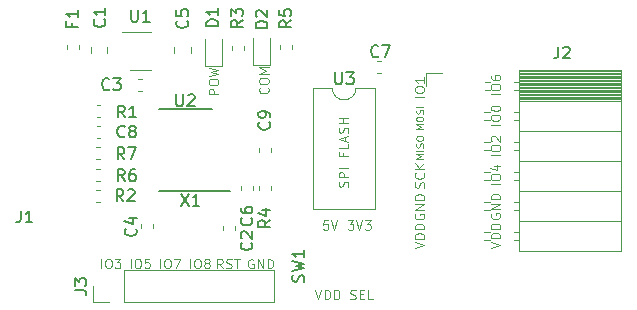
<source format=gto>
G04 #@! TF.GenerationSoftware,KiCad,Pcbnew,(5.1.2)-1*
G04 #@! TF.CreationDate,2023-10-09T01:29:42+09:00*
G04 #@! TF.ProjectId,usc,7573632e-6b69-4636-9164-5f7063625858,v1.4*
G04 #@! TF.SameCoordinates,Original*
G04 #@! TF.FileFunction,Legend,Top*
G04 #@! TF.FilePolarity,Positive*
%FSLAX46Y46*%
G04 Gerber Fmt 4.6, Leading zero omitted, Abs format (unit mm)*
G04 Created by KiCad (PCBNEW (5.1.2)-1) date 2023-10-09 01:29:42*
%MOMM*%
%LPD*%
G04 APERTURE LIST*
%ADD10C,0.120000*%
%ADD11C,0.150000*%
%ADD12R,1.102000X1.702000*%
%ADD13O,1.702000X1.702000*%
%ADD14R,1.702000X1.702000*%
%ADD15O,1.802000X1.802000*%
%ADD16R,1.802000X1.802000*%
%ADD17C,0.100000*%
%ADD18C,0.977000*%
%ADD19C,3.302000*%
%ADD20R,1.502000X1.302000*%
%ADD21R,1.552000X0.552000*%
%ADD22R,1.162000X0.752000*%
%ADD23R,1.552000X0.702000*%
%ADD24R,1.552000X0.402000*%
%ADD25C,0.752000*%
%ADD26O,2.202000X1.102000*%
%ADD27O,1.702000X1.102000*%
%ADD28C,1.077000*%
G04 APERTURE END LIST*
D10*
X182013809Y-115243333D02*
X182051904Y-115129047D01*
X182051904Y-114938571D01*
X182013809Y-114862380D01*
X181975714Y-114824285D01*
X181899523Y-114786190D01*
X181823333Y-114786190D01*
X181747142Y-114824285D01*
X181709047Y-114862380D01*
X181670952Y-114938571D01*
X181632857Y-115090952D01*
X181594761Y-115167142D01*
X181556666Y-115205238D01*
X181480476Y-115243333D01*
X181404285Y-115243333D01*
X181328095Y-115205238D01*
X181290000Y-115167142D01*
X181251904Y-115090952D01*
X181251904Y-114900476D01*
X181290000Y-114786190D01*
X182051904Y-114443333D02*
X181251904Y-114443333D01*
X181251904Y-114138571D01*
X181290000Y-114062380D01*
X181328095Y-114024285D01*
X181404285Y-113986190D01*
X181518571Y-113986190D01*
X181594761Y-114024285D01*
X181632857Y-114062380D01*
X181670952Y-114138571D01*
X181670952Y-114443333D01*
X182051904Y-113643333D02*
X181251904Y-113643333D01*
X181632857Y-112386190D02*
X181632857Y-112652857D01*
X182051904Y-112652857D02*
X181251904Y-112652857D01*
X181251904Y-112271904D01*
X182051904Y-111586190D02*
X182051904Y-111967142D01*
X181251904Y-111967142D01*
X181823333Y-111357619D02*
X181823333Y-110976666D01*
X182051904Y-111433809D02*
X181251904Y-111167142D01*
X182051904Y-110900476D01*
X182013809Y-110671904D02*
X182051904Y-110557619D01*
X182051904Y-110367142D01*
X182013809Y-110290952D01*
X181975714Y-110252857D01*
X181899523Y-110214761D01*
X181823333Y-110214761D01*
X181747142Y-110252857D01*
X181709047Y-110290952D01*
X181670952Y-110367142D01*
X181632857Y-110519523D01*
X181594761Y-110595714D01*
X181556666Y-110633809D01*
X181480476Y-110671904D01*
X181404285Y-110671904D01*
X181328095Y-110633809D01*
X181290000Y-110595714D01*
X181251904Y-110519523D01*
X181251904Y-110329047D01*
X181290000Y-110214761D01*
X182051904Y-109871904D02*
X181251904Y-109871904D01*
X181632857Y-109871904D02*
X181632857Y-109414761D01*
X182051904Y-109414761D02*
X181251904Y-109414761D01*
X182009523Y-118061904D02*
X182504761Y-118061904D01*
X182238095Y-118366666D01*
X182352380Y-118366666D01*
X182428571Y-118404761D01*
X182466666Y-118442857D01*
X182504761Y-118519047D01*
X182504761Y-118709523D01*
X182466666Y-118785714D01*
X182428571Y-118823809D01*
X182352380Y-118861904D01*
X182123809Y-118861904D01*
X182047619Y-118823809D01*
X182009523Y-118785714D01*
X182733333Y-118061904D02*
X183000000Y-118861904D01*
X183266666Y-118061904D01*
X183457142Y-118061904D02*
X183952380Y-118061904D01*
X183685714Y-118366666D01*
X183800000Y-118366666D01*
X183876190Y-118404761D01*
X183914285Y-118442857D01*
X183952380Y-118519047D01*
X183952380Y-118709523D01*
X183914285Y-118785714D01*
X183876190Y-118823809D01*
X183800000Y-118861904D01*
X183571428Y-118861904D01*
X183495238Y-118823809D01*
X183457142Y-118785714D01*
X180347619Y-118061904D02*
X179966666Y-118061904D01*
X179928571Y-118442857D01*
X179966666Y-118404761D01*
X180042857Y-118366666D01*
X180233333Y-118366666D01*
X180309523Y-118404761D01*
X180347619Y-118442857D01*
X180385714Y-118519047D01*
X180385714Y-118709523D01*
X180347619Y-118785714D01*
X180309523Y-118823809D01*
X180233333Y-118861904D01*
X180042857Y-118861904D01*
X179966666Y-118823809D01*
X179928571Y-118785714D01*
X180614285Y-118061904D02*
X180880952Y-118861904D01*
X181147619Y-118061904D01*
X179261904Y-123961904D02*
X179528571Y-124761904D01*
X179795238Y-123961904D01*
X180061904Y-124761904D02*
X180061904Y-123961904D01*
X180252380Y-123961904D01*
X180366666Y-124000000D01*
X180442857Y-124076190D01*
X180480952Y-124152380D01*
X180519047Y-124304761D01*
X180519047Y-124419047D01*
X180480952Y-124571428D01*
X180442857Y-124647619D01*
X180366666Y-124723809D01*
X180252380Y-124761904D01*
X180061904Y-124761904D01*
X180861904Y-124761904D02*
X180861904Y-123961904D01*
X181052380Y-123961904D01*
X181166666Y-124000000D01*
X181242857Y-124076190D01*
X181280952Y-124152380D01*
X181319047Y-124304761D01*
X181319047Y-124419047D01*
X181280952Y-124571428D01*
X181242857Y-124647619D01*
X181166666Y-124723809D01*
X181052380Y-124761904D01*
X180861904Y-124761904D01*
X182233333Y-124723809D02*
X182347619Y-124761904D01*
X182538095Y-124761904D01*
X182614285Y-124723809D01*
X182652380Y-124685714D01*
X182690476Y-124609523D01*
X182690476Y-124533333D01*
X182652380Y-124457142D01*
X182614285Y-124419047D01*
X182538095Y-124380952D01*
X182385714Y-124342857D01*
X182309523Y-124304761D01*
X182271428Y-124266666D01*
X182233333Y-124190476D01*
X182233333Y-124114285D01*
X182271428Y-124038095D01*
X182309523Y-124000000D01*
X182385714Y-123961904D01*
X182576190Y-123961904D01*
X182690476Y-124000000D01*
X183033333Y-124342857D02*
X183300000Y-124342857D01*
X183414285Y-124761904D02*
X183033333Y-124761904D01*
X183033333Y-123961904D01*
X183414285Y-123961904D01*
X184138095Y-124761904D02*
X183757142Y-124761904D01*
X183757142Y-123961904D01*
X171421904Y-122131904D02*
X171155238Y-121750952D01*
X170964761Y-122131904D02*
X170964761Y-121331904D01*
X171269523Y-121331904D01*
X171345714Y-121370000D01*
X171383809Y-121408095D01*
X171421904Y-121484285D01*
X171421904Y-121598571D01*
X171383809Y-121674761D01*
X171345714Y-121712857D01*
X171269523Y-121750952D01*
X170964761Y-121750952D01*
X171726666Y-122093809D02*
X171840952Y-122131904D01*
X172031428Y-122131904D01*
X172107619Y-122093809D01*
X172145714Y-122055714D01*
X172183809Y-121979523D01*
X172183809Y-121903333D01*
X172145714Y-121827142D01*
X172107619Y-121789047D01*
X172031428Y-121750952D01*
X171879047Y-121712857D01*
X171802857Y-121674761D01*
X171764761Y-121636666D01*
X171726666Y-121560476D01*
X171726666Y-121484285D01*
X171764761Y-121408095D01*
X171802857Y-121370000D01*
X171879047Y-121331904D01*
X172069523Y-121331904D01*
X172183809Y-121370000D01*
X172412380Y-121331904D02*
X172869523Y-121331904D01*
X172640952Y-122131904D02*
X172640952Y-121331904D01*
X171051904Y-107405714D02*
X170251904Y-107405714D01*
X170251904Y-107100952D01*
X170290000Y-107024761D01*
X170328095Y-106986666D01*
X170404285Y-106948571D01*
X170518571Y-106948571D01*
X170594761Y-106986666D01*
X170632857Y-107024761D01*
X170670952Y-107100952D01*
X170670952Y-107405714D01*
X170251904Y-106453333D02*
X170251904Y-106300952D01*
X170290000Y-106224761D01*
X170366190Y-106148571D01*
X170518571Y-106110476D01*
X170785238Y-106110476D01*
X170937619Y-106148571D01*
X171013809Y-106224761D01*
X171051904Y-106300952D01*
X171051904Y-106453333D01*
X171013809Y-106529523D01*
X170937619Y-106605714D01*
X170785238Y-106643809D01*
X170518571Y-106643809D01*
X170366190Y-106605714D01*
X170290000Y-106529523D01*
X170251904Y-106453333D01*
X170251904Y-105843809D02*
X171051904Y-105653333D01*
X170480476Y-105500952D01*
X171051904Y-105348571D01*
X170251904Y-105158095D01*
X175235714Y-106838571D02*
X175273809Y-106876666D01*
X175311904Y-106990952D01*
X175311904Y-107067142D01*
X175273809Y-107181428D01*
X175197619Y-107257619D01*
X175121428Y-107295714D01*
X174969047Y-107333809D01*
X174854761Y-107333809D01*
X174702380Y-107295714D01*
X174626190Y-107257619D01*
X174550000Y-107181428D01*
X174511904Y-107067142D01*
X174511904Y-106990952D01*
X174550000Y-106876666D01*
X174588095Y-106838571D01*
X174511904Y-106343333D02*
X174511904Y-106190952D01*
X174550000Y-106114761D01*
X174626190Y-106038571D01*
X174778571Y-106000476D01*
X175045238Y-106000476D01*
X175197619Y-106038571D01*
X175273809Y-106114761D01*
X175311904Y-106190952D01*
X175311904Y-106343333D01*
X175273809Y-106419523D01*
X175197619Y-106495714D01*
X175045238Y-106533809D01*
X174778571Y-106533809D01*
X174626190Y-106495714D01*
X174550000Y-106419523D01*
X174511904Y-106343333D01*
X175311904Y-105657619D02*
X174511904Y-105657619D01*
X175083333Y-105390952D01*
X174511904Y-105124285D01*
X175311904Y-105124285D01*
X174020476Y-121390000D02*
X173944285Y-121351904D01*
X173830000Y-121351904D01*
X173715714Y-121390000D01*
X173639523Y-121466190D01*
X173601428Y-121542380D01*
X173563333Y-121694761D01*
X173563333Y-121809047D01*
X173601428Y-121961428D01*
X173639523Y-122037619D01*
X173715714Y-122113809D01*
X173830000Y-122151904D01*
X173906190Y-122151904D01*
X174020476Y-122113809D01*
X174058571Y-122075714D01*
X174058571Y-121809047D01*
X173906190Y-121809047D01*
X174401428Y-122151904D02*
X174401428Y-121351904D01*
X174858571Y-122151904D01*
X174858571Y-121351904D01*
X175239523Y-122151904D02*
X175239523Y-121351904D01*
X175430000Y-121351904D01*
X175544285Y-121390000D01*
X175620476Y-121466190D01*
X175658571Y-121542380D01*
X175696666Y-121694761D01*
X175696666Y-121809047D01*
X175658571Y-121961428D01*
X175620476Y-122037619D01*
X175544285Y-122113809D01*
X175430000Y-122151904D01*
X175239523Y-122151904D01*
X168690000Y-122131904D02*
X168690000Y-121331904D01*
X169223333Y-121331904D02*
X169375714Y-121331904D01*
X169451904Y-121370000D01*
X169528095Y-121446190D01*
X169566190Y-121598571D01*
X169566190Y-121865238D01*
X169528095Y-122017619D01*
X169451904Y-122093809D01*
X169375714Y-122131904D01*
X169223333Y-122131904D01*
X169147142Y-122093809D01*
X169070952Y-122017619D01*
X169032857Y-121865238D01*
X169032857Y-121598571D01*
X169070952Y-121446190D01*
X169147142Y-121370000D01*
X169223333Y-121331904D01*
X170023333Y-121674761D02*
X169947142Y-121636666D01*
X169909047Y-121598571D01*
X169870952Y-121522380D01*
X169870952Y-121484285D01*
X169909047Y-121408095D01*
X169947142Y-121370000D01*
X170023333Y-121331904D01*
X170175714Y-121331904D01*
X170251904Y-121370000D01*
X170290000Y-121408095D01*
X170328095Y-121484285D01*
X170328095Y-121522380D01*
X170290000Y-121598571D01*
X170251904Y-121636666D01*
X170175714Y-121674761D01*
X170023333Y-121674761D01*
X169947142Y-121712857D01*
X169909047Y-121750952D01*
X169870952Y-121827142D01*
X169870952Y-121979523D01*
X169909047Y-122055714D01*
X169947142Y-122093809D01*
X170023333Y-122131904D01*
X170175714Y-122131904D01*
X170251904Y-122093809D01*
X170290000Y-122055714D01*
X170328095Y-121979523D01*
X170328095Y-121827142D01*
X170290000Y-121750952D01*
X170251904Y-121712857D01*
X170175714Y-121674761D01*
X166150000Y-122131904D02*
X166150000Y-121331904D01*
X166683333Y-121331904D02*
X166835714Y-121331904D01*
X166911904Y-121370000D01*
X166988095Y-121446190D01*
X167026190Y-121598571D01*
X167026190Y-121865238D01*
X166988095Y-122017619D01*
X166911904Y-122093809D01*
X166835714Y-122131904D01*
X166683333Y-122131904D01*
X166607142Y-122093809D01*
X166530952Y-122017619D01*
X166492857Y-121865238D01*
X166492857Y-121598571D01*
X166530952Y-121446190D01*
X166607142Y-121370000D01*
X166683333Y-121331904D01*
X167292857Y-121331904D02*
X167826190Y-121331904D01*
X167483333Y-122131904D01*
X163630000Y-122131904D02*
X163630000Y-121331904D01*
X164163333Y-121331904D02*
X164315714Y-121331904D01*
X164391904Y-121370000D01*
X164468095Y-121446190D01*
X164506190Y-121598571D01*
X164506190Y-121865238D01*
X164468095Y-122017619D01*
X164391904Y-122093809D01*
X164315714Y-122131904D01*
X164163333Y-122131904D01*
X164087142Y-122093809D01*
X164010952Y-122017619D01*
X163972857Y-121865238D01*
X163972857Y-121598571D01*
X164010952Y-121446190D01*
X164087142Y-121370000D01*
X164163333Y-121331904D01*
X165230000Y-121331904D02*
X164849047Y-121331904D01*
X164810952Y-121712857D01*
X164849047Y-121674761D01*
X164925238Y-121636666D01*
X165115714Y-121636666D01*
X165191904Y-121674761D01*
X165230000Y-121712857D01*
X165268095Y-121789047D01*
X165268095Y-121979523D01*
X165230000Y-122055714D01*
X165191904Y-122093809D01*
X165115714Y-122131904D01*
X164925238Y-122131904D01*
X164849047Y-122093809D01*
X164810952Y-122055714D01*
X161140000Y-122131904D02*
X161140000Y-121331904D01*
X161673333Y-121331904D02*
X161825714Y-121331904D01*
X161901904Y-121370000D01*
X161978095Y-121446190D01*
X162016190Y-121598571D01*
X162016190Y-121865238D01*
X161978095Y-122017619D01*
X161901904Y-122093809D01*
X161825714Y-122131904D01*
X161673333Y-122131904D01*
X161597142Y-122093809D01*
X161520952Y-122017619D01*
X161482857Y-121865238D01*
X161482857Y-121598571D01*
X161520952Y-121446190D01*
X161597142Y-121370000D01*
X161673333Y-121331904D01*
X162282857Y-121331904D02*
X162778095Y-121331904D01*
X162511428Y-121636666D01*
X162625714Y-121636666D01*
X162701904Y-121674761D01*
X162740000Y-121712857D01*
X162778095Y-121789047D01*
X162778095Y-121979523D01*
X162740000Y-122055714D01*
X162701904Y-122093809D01*
X162625714Y-122131904D01*
X162397142Y-122131904D01*
X162320952Y-122093809D01*
X162282857Y-122055714D01*
X194141904Y-120406666D02*
X194941904Y-120140000D01*
X194141904Y-119873333D01*
X194941904Y-119606666D02*
X194141904Y-119606666D01*
X194141904Y-119416190D01*
X194180000Y-119301904D01*
X194256190Y-119225714D01*
X194332380Y-119187619D01*
X194484761Y-119149523D01*
X194599047Y-119149523D01*
X194751428Y-119187619D01*
X194827619Y-119225714D01*
X194903809Y-119301904D01*
X194941904Y-119416190D01*
X194941904Y-119606666D01*
X194941904Y-118806666D02*
X194141904Y-118806666D01*
X194141904Y-118616190D01*
X194180000Y-118501904D01*
X194256190Y-118425714D01*
X194332380Y-118387619D01*
X194484761Y-118349523D01*
X194599047Y-118349523D01*
X194751428Y-118387619D01*
X194827619Y-118425714D01*
X194903809Y-118501904D01*
X194941904Y-118616190D01*
X194941904Y-118806666D01*
X194180000Y-117509523D02*
X194141904Y-117585714D01*
X194141904Y-117700000D01*
X194180000Y-117814285D01*
X194256190Y-117890476D01*
X194332380Y-117928571D01*
X194484761Y-117966666D01*
X194599047Y-117966666D01*
X194751428Y-117928571D01*
X194827619Y-117890476D01*
X194903809Y-117814285D01*
X194941904Y-117700000D01*
X194941904Y-117623809D01*
X194903809Y-117509523D01*
X194865714Y-117471428D01*
X194599047Y-117471428D01*
X194599047Y-117623809D01*
X194941904Y-117128571D02*
X194141904Y-117128571D01*
X194941904Y-116671428D01*
X194141904Y-116671428D01*
X194941904Y-116290476D02*
X194141904Y-116290476D01*
X194141904Y-116100000D01*
X194180000Y-115985714D01*
X194256190Y-115909523D01*
X194332380Y-115871428D01*
X194484761Y-115833333D01*
X194599047Y-115833333D01*
X194751428Y-115871428D01*
X194827619Y-115909523D01*
X194903809Y-115985714D01*
X194941904Y-116100000D01*
X194941904Y-116290476D01*
X194941904Y-115030000D02*
X194141904Y-115030000D01*
X194141904Y-114496666D02*
X194141904Y-114344285D01*
X194180000Y-114268095D01*
X194256190Y-114191904D01*
X194408571Y-114153809D01*
X194675238Y-114153809D01*
X194827619Y-114191904D01*
X194903809Y-114268095D01*
X194941904Y-114344285D01*
X194941904Y-114496666D01*
X194903809Y-114572857D01*
X194827619Y-114649047D01*
X194675238Y-114687142D01*
X194408571Y-114687142D01*
X194256190Y-114649047D01*
X194180000Y-114572857D01*
X194141904Y-114496666D01*
X194408571Y-113468095D02*
X194941904Y-113468095D01*
X194103809Y-113658571D02*
X194675238Y-113849047D01*
X194675238Y-113353809D01*
X194941904Y-112560000D02*
X194141904Y-112560000D01*
X194141904Y-112026666D02*
X194141904Y-111874285D01*
X194180000Y-111798095D01*
X194256190Y-111721904D01*
X194408571Y-111683809D01*
X194675238Y-111683809D01*
X194827619Y-111721904D01*
X194903809Y-111798095D01*
X194941904Y-111874285D01*
X194941904Y-112026666D01*
X194903809Y-112102857D01*
X194827619Y-112179047D01*
X194675238Y-112217142D01*
X194408571Y-112217142D01*
X194256190Y-112179047D01*
X194180000Y-112102857D01*
X194141904Y-112026666D01*
X194218095Y-111379047D02*
X194180000Y-111340952D01*
X194141904Y-111264761D01*
X194141904Y-111074285D01*
X194180000Y-110998095D01*
X194218095Y-110960000D01*
X194294285Y-110921904D01*
X194370476Y-110921904D01*
X194484761Y-110960000D01*
X194941904Y-111417142D01*
X194941904Y-110921904D01*
X194941904Y-109990000D02*
X194141904Y-109990000D01*
X194141904Y-109456666D02*
X194141904Y-109304285D01*
X194180000Y-109228095D01*
X194256190Y-109151904D01*
X194408571Y-109113809D01*
X194675238Y-109113809D01*
X194827619Y-109151904D01*
X194903809Y-109228095D01*
X194941904Y-109304285D01*
X194941904Y-109456666D01*
X194903809Y-109532857D01*
X194827619Y-109609047D01*
X194675238Y-109647142D01*
X194408571Y-109647142D01*
X194256190Y-109609047D01*
X194180000Y-109532857D01*
X194141904Y-109456666D01*
X194141904Y-108618571D02*
X194141904Y-108542380D01*
X194180000Y-108466190D01*
X194218095Y-108428095D01*
X194294285Y-108390000D01*
X194446666Y-108351904D01*
X194637142Y-108351904D01*
X194789523Y-108390000D01*
X194865714Y-108428095D01*
X194903809Y-108466190D01*
X194941904Y-108542380D01*
X194941904Y-108618571D01*
X194903809Y-108694761D01*
X194865714Y-108732857D01*
X194789523Y-108770952D01*
X194637142Y-108809047D01*
X194446666Y-108809047D01*
X194294285Y-108770952D01*
X194218095Y-108732857D01*
X194180000Y-108694761D01*
X194141904Y-108618571D01*
X194941904Y-107380000D02*
X194141904Y-107380000D01*
X194141904Y-106846666D02*
X194141904Y-106694285D01*
X194180000Y-106618095D01*
X194256190Y-106541904D01*
X194408571Y-106503809D01*
X194675238Y-106503809D01*
X194827619Y-106541904D01*
X194903809Y-106618095D01*
X194941904Y-106694285D01*
X194941904Y-106846666D01*
X194903809Y-106922857D01*
X194827619Y-106999047D01*
X194675238Y-107037142D01*
X194408571Y-107037142D01*
X194256190Y-106999047D01*
X194180000Y-106922857D01*
X194141904Y-106846666D01*
X194141904Y-105818095D02*
X194141904Y-105970476D01*
X194180000Y-106046666D01*
X194218095Y-106084761D01*
X194332380Y-106160952D01*
X194484761Y-106199047D01*
X194789523Y-106199047D01*
X194865714Y-106160952D01*
X194903809Y-106122857D01*
X194941904Y-106046666D01*
X194941904Y-105894285D01*
X194903809Y-105818095D01*
X194865714Y-105780000D01*
X194789523Y-105741904D01*
X194599047Y-105741904D01*
X194522857Y-105780000D01*
X194484761Y-105818095D01*
X194446666Y-105894285D01*
X194446666Y-106046666D01*
X194484761Y-106122857D01*
X194522857Y-106160952D01*
X194599047Y-106199047D01*
X187711904Y-120416666D02*
X188511904Y-120150000D01*
X187711904Y-119883333D01*
X188511904Y-119616666D02*
X187711904Y-119616666D01*
X187711904Y-119426190D01*
X187750000Y-119311904D01*
X187826190Y-119235714D01*
X187902380Y-119197619D01*
X188054761Y-119159523D01*
X188169047Y-119159523D01*
X188321428Y-119197619D01*
X188397619Y-119235714D01*
X188473809Y-119311904D01*
X188511904Y-119426190D01*
X188511904Y-119616666D01*
X188511904Y-118816666D02*
X187711904Y-118816666D01*
X187711904Y-118626190D01*
X187750000Y-118511904D01*
X187826190Y-118435714D01*
X187902380Y-118397619D01*
X188054761Y-118359523D01*
X188169047Y-118359523D01*
X188321428Y-118397619D01*
X188397619Y-118435714D01*
X188473809Y-118511904D01*
X188511904Y-118626190D01*
X188511904Y-118816666D01*
X187750000Y-117539523D02*
X187711904Y-117615714D01*
X187711904Y-117730000D01*
X187750000Y-117844285D01*
X187826190Y-117920476D01*
X187902380Y-117958571D01*
X188054761Y-117996666D01*
X188169047Y-117996666D01*
X188321428Y-117958571D01*
X188397619Y-117920476D01*
X188473809Y-117844285D01*
X188511904Y-117730000D01*
X188511904Y-117653809D01*
X188473809Y-117539523D01*
X188435714Y-117501428D01*
X188169047Y-117501428D01*
X188169047Y-117653809D01*
X188511904Y-117158571D02*
X187711904Y-117158571D01*
X188511904Y-116701428D01*
X187711904Y-116701428D01*
X188511904Y-116320476D02*
X187711904Y-116320476D01*
X187711904Y-116130000D01*
X187750000Y-116015714D01*
X187826190Y-115939523D01*
X187902380Y-115901428D01*
X188054761Y-115863333D01*
X188169047Y-115863333D01*
X188321428Y-115901428D01*
X188397619Y-115939523D01*
X188473809Y-116015714D01*
X188511904Y-116130000D01*
X188511904Y-116320476D01*
X188473809Y-115318571D02*
X188511904Y-115204285D01*
X188511904Y-115013809D01*
X188473809Y-114937619D01*
X188435714Y-114899523D01*
X188359523Y-114861428D01*
X188283333Y-114861428D01*
X188207142Y-114899523D01*
X188169047Y-114937619D01*
X188130952Y-115013809D01*
X188092857Y-115166190D01*
X188054761Y-115242380D01*
X188016666Y-115280476D01*
X187940476Y-115318571D01*
X187864285Y-115318571D01*
X187788095Y-115280476D01*
X187750000Y-115242380D01*
X187711904Y-115166190D01*
X187711904Y-114975714D01*
X187750000Y-114861428D01*
X188435714Y-114061428D02*
X188473809Y-114099523D01*
X188511904Y-114213809D01*
X188511904Y-114290000D01*
X188473809Y-114404285D01*
X188397619Y-114480476D01*
X188321428Y-114518571D01*
X188169047Y-114556666D01*
X188054761Y-114556666D01*
X187902380Y-114518571D01*
X187826190Y-114480476D01*
X187750000Y-114404285D01*
X187711904Y-114290000D01*
X187711904Y-114213809D01*
X187750000Y-114099523D01*
X187788095Y-114061428D01*
X188511904Y-113718571D02*
X187711904Y-113718571D01*
X188511904Y-113261428D02*
X188054761Y-113604285D01*
X187711904Y-113261428D02*
X188169047Y-113718571D01*
X188427428Y-112852857D02*
X187827428Y-112852857D01*
X188256000Y-112652857D01*
X187827428Y-112452857D01*
X188427428Y-112452857D01*
X188427428Y-112167142D02*
X187827428Y-112167142D01*
X188398857Y-111910000D02*
X188427428Y-111824285D01*
X188427428Y-111681428D01*
X188398857Y-111624285D01*
X188370285Y-111595714D01*
X188313142Y-111567142D01*
X188256000Y-111567142D01*
X188198857Y-111595714D01*
X188170285Y-111624285D01*
X188141714Y-111681428D01*
X188113142Y-111795714D01*
X188084571Y-111852857D01*
X188056000Y-111881428D01*
X187998857Y-111910000D01*
X187941714Y-111910000D01*
X187884571Y-111881428D01*
X187856000Y-111852857D01*
X187827428Y-111795714D01*
X187827428Y-111652857D01*
X187856000Y-111567142D01*
X187827428Y-111195714D02*
X187827428Y-111081428D01*
X187856000Y-111024285D01*
X187913142Y-110967142D01*
X188027428Y-110938571D01*
X188227428Y-110938571D01*
X188341714Y-110967142D01*
X188398857Y-111024285D01*
X188427428Y-111081428D01*
X188427428Y-111195714D01*
X188398857Y-111252857D01*
X188341714Y-111310000D01*
X188227428Y-111338571D01*
X188027428Y-111338571D01*
X187913142Y-111310000D01*
X187856000Y-111252857D01*
X187827428Y-111195714D01*
X188427428Y-110342857D02*
X187827428Y-110342857D01*
X188256000Y-110142857D01*
X187827428Y-109942857D01*
X188427428Y-109942857D01*
X187827428Y-109542857D02*
X187827428Y-109428571D01*
X187856000Y-109371428D01*
X187913142Y-109314285D01*
X188027428Y-109285714D01*
X188227428Y-109285714D01*
X188341714Y-109314285D01*
X188398857Y-109371428D01*
X188427428Y-109428571D01*
X188427428Y-109542857D01*
X188398857Y-109600000D01*
X188341714Y-109657142D01*
X188227428Y-109685714D01*
X188027428Y-109685714D01*
X187913142Y-109657142D01*
X187856000Y-109600000D01*
X187827428Y-109542857D01*
X188398857Y-109057142D02*
X188427428Y-108971428D01*
X188427428Y-108828571D01*
X188398857Y-108771428D01*
X188370285Y-108742857D01*
X188313142Y-108714285D01*
X188256000Y-108714285D01*
X188198857Y-108742857D01*
X188170285Y-108771428D01*
X188141714Y-108828571D01*
X188113142Y-108942857D01*
X188084571Y-109000000D01*
X188056000Y-109028571D01*
X187998857Y-109057142D01*
X187941714Y-109057142D01*
X187884571Y-109028571D01*
X187856000Y-109000000D01*
X187827428Y-108942857D01*
X187827428Y-108800000D01*
X187856000Y-108714285D01*
X188427428Y-108457142D02*
X187827428Y-108457142D01*
X188511904Y-107610000D02*
X187711904Y-107610000D01*
X187711904Y-107076666D02*
X187711904Y-106924285D01*
X187750000Y-106848095D01*
X187826190Y-106771904D01*
X187978571Y-106733809D01*
X188245238Y-106733809D01*
X188397619Y-106771904D01*
X188473809Y-106848095D01*
X188511904Y-106924285D01*
X188511904Y-107076666D01*
X188473809Y-107152857D01*
X188397619Y-107229047D01*
X188245238Y-107267142D01*
X187978571Y-107267142D01*
X187826190Y-107229047D01*
X187750000Y-107152857D01*
X187711904Y-107076666D01*
X188511904Y-105971904D02*
X188511904Y-106429047D01*
X188511904Y-106200476D02*
X187711904Y-106200476D01*
X187826190Y-106276666D01*
X187902380Y-106352857D01*
X187940476Y-106429047D01*
X184360000Y-106870000D02*
X182710000Y-106870000D01*
X184360000Y-117150000D02*
X184360000Y-106870000D01*
X179060000Y-117150000D02*
X184360000Y-117150000D01*
X179060000Y-106870000D02*
X179060000Y-117150000D01*
X180710000Y-106870000D02*
X179060000Y-106870000D01*
X182710000Y-106870000D02*
G75*
G02X180710000Y-106870000I-1000000J0D01*
G01*
X160440000Y-124980000D02*
X160440000Y-123650000D01*
X161770000Y-124980000D02*
X160440000Y-124980000D01*
X163040000Y-124980000D02*
X163040000Y-122320000D01*
X163040000Y-122320000D02*
X175800000Y-122320000D01*
X163040000Y-124980000D02*
X175800000Y-124980000D01*
X175800000Y-124980000D02*
X175800000Y-122320000D01*
X175510000Y-112274779D02*
X175510000Y-111949221D01*
X174490000Y-112274779D02*
X174490000Y-111949221D01*
X161074779Y-110090000D02*
X160749221Y-110090000D01*
X161074779Y-111110000D02*
X160749221Y-111110000D01*
X184850779Y-104590000D02*
X184525221Y-104590000D01*
X184850779Y-105610000D02*
X184525221Y-105610000D01*
D11*
X172050000Y-115550000D02*
X166075000Y-115550000D01*
X170525000Y-108650000D02*
X166075000Y-108650000D01*
D10*
X165350000Y-102090000D02*
X162900000Y-102090000D01*
X163550000Y-105310000D02*
X165350000Y-105310000D01*
X161050779Y-111890000D02*
X160725221Y-111890000D01*
X161050779Y-112910000D02*
X160725221Y-112910000D01*
X161050779Y-113690000D02*
X160725221Y-113690000D01*
X161050779Y-114710000D02*
X160725221Y-114710000D01*
X177290000Y-103580779D02*
X177290000Y-103255221D01*
X176270000Y-103580779D02*
X176270000Y-103255221D01*
X175530000Y-115494779D02*
X175530000Y-115169221D01*
X174510000Y-115494779D02*
X174510000Y-115169221D01*
X173203000Y-103650779D02*
X173203000Y-103325221D01*
X172183000Y-103650779D02*
X172183000Y-103325221D01*
X160725221Y-116510000D02*
X161050779Y-116510000D01*
X160725221Y-115490000D02*
X161050779Y-115490000D01*
X160749221Y-109310000D02*
X161074779Y-109310000D01*
X160749221Y-108290000D02*
X161074779Y-108290000D01*
X188670000Y-106680000D02*
X188670000Y-105570000D01*
X188670000Y-105570000D02*
X190000000Y-105570000D01*
X205170000Y-105350000D02*
X205170000Y-120710000D01*
X205170000Y-120710000D02*
X196540000Y-120710000D01*
X196540000Y-105350000D02*
X196540000Y-120710000D01*
X205170000Y-105350000D02*
X196540000Y-105350000D01*
X205170000Y-118110000D02*
X196540000Y-118110000D01*
X205170000Y-115570000D02*
X196540000Y-115570000D01*
X205170000Y-113030000D02*
X196540000Y-113030000D01*
X205170000Y-110490000D02*
X196540000Y-110490000D01*
X205170000Y-107950000D02*
X196540000Y-107950000D01*
X194030000Y-119740000D02*
X193590000Y-119740000D01*
X196540000Y-119740000D02*
X196130000Y-119740000D01*
X194030000Y-119020000D02*
X193590000Y-119020000D01*
X196540000Y-119020000D02*
X196130000Y-119020000D01*
X194030000Y-117200000D02*
X193590000Y-117200000D01*
X196540000Y-117200000D02*
X196130000Y-117200000D01*
X194030000Y-116480000D02*
X193590000Y-116480000D01*
X196540000Y-116480000D02*
X196130000Y-116480000D01*
X194030000Y-114660000D02*
X193590000Y-114660000D01*
X196540000Y-114660000D02*
X196130000Y-114660000D01*
X194030000Y-113940000D02*
X193590000Y-113940000D01*
X196540000Y-113940000D02*
X196130000Y-113940000D01*
X194030000Y-112120000D02*
X193590000Y-112120000D01*
X196540000Y-112120000D02*
X196130000Y-112120000D01*
X194030000Y-111400000D02*
X193590000Y-111400000D01*
X196540000Y-111400000D02*
X196130000Y-111400000D01*
X194030000Y-109580000D02*
X193590000Y-109580000D01*
X196540000Y-109580000D02*
X196130000Y-109580000D01*
X194030000Y-108860000D02*
X193590000Y-108860000D01*
X196540000Y-108860000D02*
X196130000Y-108860000D01*
X194030000Y-107040000D02*
X193650000Y-107040000D01*
X196540000Y-107040000D02*
X196130000Y-107040000D01*
X194030000Y-106320000D02*
X193650000Y-106320000D01*
X196540000Y-106320000D02*
X196130000Y-106320000D01*
X205170000Y-107831900D02*
X196540000Y-107831900D01*
X205170000Y-107713805D02*
X196540000Y-107713805D01*
X205170000Y-107595710D02*
X196540000Y-107595710D01*
X205170000Y-107477615D02*
X196540000Y-107477615D01*
X205170000Y-107359520D02*
X196540000Y-107359520D01*
X205170000Y-107241425D02*
X196540000Y-107241425D01*
X205170000Y-107123330D02*
X196540000Y-107123330D01*
X205170000Y-107005235D02*
X196540000Y-107005235D01*
X205170000Y-106887140D02*
X196540000Y-106887140D01*
X205170000Y-106769045D02*
X196540000Y-106769045D01*
X205170000Y-106650950D02*
X196540000Y-106650950D01*
X205170000Y-106532855D02*
X196540000Y-106532855D01*
X205170000Y-106414760D02*
X196540000Y-106414760D01*
X205170000Y-106296665D02*
X196540000Y-106296665D01*
X205170000Y-106178570D02*
X196540000Y-106178570D01*
X205170000Y-106060475D02*
X196540000Y-106060475D01*
X205170000Y-105942380D02*
X196540000Y-105942380D01*
X205170000Y-105824285D02*
X196540000Y-105824285D01*
X205170000Y-105706190D02*
X196540000Y-105706190D01*
X205170000Y-105588095D02*
X196540000Y-105588095D01*
X205170000Y-105470000D02*
X196540000Y-105470000D01*
X159260000Y-103574779D02*
X159260000Y-103249221D01*
X158240000Y-103574779D02*
X158240000Y-103249221D01*
X175472000Y-104905000D02*
X175472000Y-102620000D01*
X174002000Y-104905000D02*
X175472000Y-104905000D01*
X174002000Y-102620000D02*
X174002000Y-104905000D01*
X171385000Y-104973000D02*
X171385000Y-102688000D01*
X169915000Y-104973000D02*
X171385000Y-104973000D01*
X169915000Y-102688000D02*
X169915000Y-104973000D01*
X174010000Y-115474779D02*
X174010000Y-115149221D01*
X172990000Y-115474779D02*
X172990000Y-115149221D01*
X167340000Y-103403422D02*
X167340000Y-103920578D01*
X168760000Y-103403422D02*
X168760000Y-103920578D01*
X165510000Y-118750779D02*
X165510000Y-118425221D01*
X164490000Y-118750779D02*
X164490000Y-118425221D01*
X164624779Y-106090000D02*
X164299221Y-106090000D01*
X164624779Y-107110000D02*
X164299221Y-107110000D01*
X171490000Y-118525221D02*
X171490000Y-118850779D01*
X172510000Y-118525221D02*
X172510000Y-118850779D01*
X160240000Y-103379422D02*
X160240000Y-103896578D01*
X161660000Y-103379422D02*
X161660000Y-103896578D01*
D11*
X178284761Y-123273333D02*
X178332380Y-123130476D01*
X178332380Y-122892380D01*
X178284761Y-122797142D01*
X178237142Y-122749523D01*
X178141904Y-122701904D01*
X178046666Y-122701904D01*
X177951428Y-122749523D01*
X177903809Y-122797142D01*
X177856190Y-122892380D01*
X177808571Y-123082857D01*
X177760952Y-123178095D01*
X177713333Y-123225714D01*
X177618095Y-123273333D01*
X177522857Y-123273333D01*
X177427619Y-123225714D01*
X177380000Y-123178095D01*
X177332380Y-123082857D01*
X177332380Y-122844761D01*
X177380000Y-122701904D01*
X177332380Y-122368571D02*
X178332380Y-122130476D01*
X177618095Y-121940000D01*
X178332380Y-121749523D01*
X177332380Y-121511428D01*
X178332380Y-120606666D02*
X178332380Y-121178095D01*
X178332380Y-120892380D02*
X177332380Y-120892380D01*
X177475238Y-120987619D01*
X177570476Y-121082857D01*
X177618095Y-121178095D01*
X180948095Y-105552380D02*
X180948095Y-106361904D01*
X180995714Y-106457142D01*
X181043333Y-106504761D01*
X181138571Y-106552380D01*
X181329047Y-106552380D01*
X181424285Y-106504761D01*
X181471904Y-106457142D01*
X181519523Y-106361904D01*
X181519523Y-105552380D01*
X181900476Y-105552380D02*
X182519523Y-105552380D01*
X182186190Y-105933333D01*
X182329047Y-105933333D01*
X182424285Y-105980952D01*
X182471904Y-106028571D01*
X182519523Y-106123809D01*
X182519523Y-106361904D01*
X182471904Y-106457142D01*
X182424285Y-106504761D01*
X182329047Y-106552380D01*
X182043333Y-106552380D01*
X181948095Y-106504761D01*
X181900476Y-106457142D01*
X158892380Y-123983333D02*
X159606666Y-123983333D01*
X159749523Y-124030952D01*
X159844761Y-124126190D01*
X159892380Y-124269047D01*
X159892380Y-124364285D01*
X158892380Y-123602380D02*
X158892380Y-122983333D01*
X159273333Y-123316666D01*
X159273333Y-123173809D01*
X159320952Y-123078571D01*
X159368571Y-123030952D01*
X159463809Y-122983333D01*
X159701904Y-122983333D01*
X159797142Y-123030952D01*
X159844761Y-123078571D01*
X159892380Y-123173809D01*
X159892380Y-123459523D01*
X159844761Y-123554761D01*
X159797142Y-123602380D01*
X175357142Y-109766166D02*
X175404761Y-109813785D01*
X175452380Y-109956642D01*
X175452380Y-110051880D01*
X175404761Y-110194738D01*
X175309523Y-110289976D01*
X175214285Y-110337595D01*
X175023809Y-110385214D01*
X174880952Y-110385214D01*
X174690476Y-110337595D01*
X174595238Y-110289976D01*
X174500000Y-110194738D01*
X174452380Y-110051880D01*
X174452380Y-109956642D01*
X174500000Y-109813785D01*
X174547619Y-109766166D01*
X175452380Y-109289976D02*
X175452380Y-109099500D01*
X175404761Y-109004261D01*
X175357142Y-108956642D01*
X175214285Y-108861404D01*
X175023809Y-108813785D01*
X174642857Y-108813785D01*
X174547619Y-108861404D01*
X174500000Y-108909023D01*
X174452380Y-109004261D01*
X174452380Y-109194738D01*
X174500000Y-109289976D01*
X174547619Y-109337595D01*
X174642857Y-109385214D01*
X174880952Y-109385214D01*
X174976190Y-109337595D01*
X175023809Y-109289976D01*
X175071428Y-109194738D01*
X175071428Y-109004261D01*
X175023809Y-108909023D01*
X174976190Y-108861404D01*
X174880952Y-108813785D01*
X163132833Y-110957142D02*
X163085214Y-111004761D01*
X162942357Y-111052380D01*
X162847119Y-111052380D01*
X162704261Y-111004761D01*
X162609023Y-110909523D01*
X162561404Y-110814285D01*
X162513785Y-110623809D01*
X162513785Y-110480952D01*
X162561404Y-110290476D01*
X162609023Y-110195238D01*
X162704261Y-110100000D01*
X162847119Y-110052380D01*
X162942357Y-110052380D01*
X163085214Y-110100000D01*
X163132833Y-110147619D01*
X163704261Y-110480952D02*
X163609023Y-110433333D01*
X163561404Y-110385714D01*
X163513785Y-110290476D01*
X163513785Y-110242857D01*
X163561404Y-110147619D01*
X163609023Y-110100000D01*
X163704261Y-110052380D01*
X163894738Y-110052380D01*
X163989976Y-110100000D01*
X164037595Y-110147619D01*
X164085214Y-110242857D01*
X164085214Y-110290476D01*
X164037595Y-110385714D01*
X163989976Y-110433333D01*
X163894738Y-110480952D01*
X163704261Y-110480952D01*
X163609023Y-110528571D01*
X163561404Y-110576190D01*
X163513785Y-110671428D01*
X163513785Y-110861904D01*
X163561404Y-110957142D01*
X163609023Y-111004761D01*
X163704261Y-111052380D01*
X163894738Y-111052380D01*
X163989976Y-111004761D01*
X164037595Y-110957142D01*
X164085214Y-110861904D01*
X164085214Y-110671428D01*
X164037595Y-110576190D01*
X163989976Y-110528571D01*
X163894738Y-110480952D01*
X184621333Y-104157142D02*
X184573714Y-104204761D01*
X184430857Y-104252380D01*
X184335619Y-104252380D01*
X184192761Y-104204761D01*
X184097523Y-104109523D01*
X184049904Y-104014285D01*
X184002285Y-103823809D01*
X184002285Y-103680952D01*
X184049904Y-103490476D01*
X184097523Y-103395238D01*
X184192761Y-103300000D01*
X184335619Y-103252380D01*
X184430857Y-103252380D01*
X184573714Y-103300000D01*
X184621333Y-103347619D01*
X184954666Y-103252380D02*
X185621333Y-103252380D01*
X185192761Y-104252380D01*
X167890476Y-115852380D02*
X168557142Y-116852380D01*
X168557142Y-115852380D02*
X167890476Y-116852380D01*
X169461904Y-116852380D02*
X168890476Y-116852380D01*
X169176190Y-116852380D02*
X169176190Y-115852380D01*
X169080952Y-115995238D01*
X168985714Y-116090476D01*
X168890476Y-116138095D01*
X167488095Y-107402380D02*
X167488095Y-108211904D01*
X167535714Y-108307142D01*
X167583333Y-108354761D01*
X167678571Y-108402380D01*
X167869047Y-108402380D01*
X167964285Y-108354761D01*
X168011904Y-108307142D01*
X168059523Y-108211904D01*
X168059523Y-107402380D01*
X168488095Y-107497619D02*
X168535714Y-107450000D01*
X168630952Y-107402380D01*
X168869047Y-107402380D01*
X168964285Y-107450000D01*
X169011904Y-107497619D01*
X169059523Y-107592857D01*
X169059523Y-107688095D01*
X169011904Y-107830952D01*
X168440476Y-108402380D01*
X169059523Y-108402380D01*
X163688095Y-100252380D02*
X163688095Y-101061904D01*
X163735714Y-101157142D01*
X163783333Y-101204761D01*
X163878571Y-101252380D01*
X164069047Y-101252380D01*
X164164285Y-101204761D01*
X164211904Y-101157142D01*
X164259523Y-101061904D01*
X164259523Y-100252380D01*
X165259523Y-101252380D02*
X164688095Y-101252380D01*
X164973809Y-101252380D02*
X164973809Y-100252380D01*
X164878571Y-100395238D01*
X164783333Y-100490476D01*
X164688095Y-100538095D01*
X163108833Y-112902380D02*
X162775500Y-112426190D01*
X162537404Y-112902380D02*
X162537404Y-111902380D01*
X162918357Y-111902380D01*
X163013595Y-111950000D01*
X163061214Y-111997619D01*
X163108833Y-112092857D01*
X163108833Y-112235714D01*
X163061214Y-112330952D01*
X163013595Y-112378571D01*
X162918357Y-112426190D01*
X162537404Y-112426190D01*
X163442166Y-111902380D02*
X164108833Y-111902380D01*
X163680261Y-112902380D01*
X163121333Y-114752380D02*
X162788000Y-114276190D01*
X162549904Y-114752380D02*
X162549904Y-113752380D01*
X162930857Y-113752380D01*
X163026095Y-113800000D01*
X163073714Y-113847619D01*
X163121333Y-113942857D01*
X163121333Y-114085714D01*
X163073714Y-114180952D01*
X163026095Y-114228571D01*
X162930857Y-114276190D01*
X162549904Y-114276190D01*
X163978476Y-113752380D02*
X163788000Y-113752380D01*
X163692761Y-113800000D01*
X163645142Y-113847619D01*
X163549904Y-113990476D01*
X163502285Y-114180952D01*
X163502285Y-114561904D01*
X163549904Y-114657142D01*
X163597523Y-114704761D01*
X163692761Y-114752380D01*
X163883238Y-114752380D01*
X163978476Y-114704761D01*
X164026095Y-114657142D01*
X164073714Y-114561904D01*
X164073714Y-114323809D01*
X164026095Y-114228571D01*
X163978476Y-114180952D01*
X163883238Y-114133333D01*
X163692761Y-114133333D01*
X163597523Y-114180952D01*
X163549904Y-114228571D01*
X163502285Y-114323809D01*
X177232380Y-101147166D02*
X176756190Y-101480500D01*
X177232380Y-101718595D02*
X176232380Y-101718595D01*
X176232380Y-101337642D01*
X176280000Y-101242404D01*
X176327619Y-101194785D01*
X176422857Y-101147166D01*
X176565714Y-101147166D01*
X176660952Y-101194785D01*
X176708571Y-101242404D01*
X176756190Y-101337642D01*
X176756190Y-101718595D01*
X176232380Y-100242404D02*
X176232380Y-100718595D01*
X176708571Y-100766214D01*
X176660952Y-100718595D01*
X176613333Y-100623357D01*
X176613333Y-100385261D01*
X176660952Y-100290023D01*
X176708571Y-100242404D01*
X176803809Y-100194785D01*
X177041904Y-100194785D01*
X177137142Y-100242404D01*
X177184761Y-100290023D01*
X177232380Y-100385261D01*
X177232380Y-100623357D01*
X177184761Y-100718595D01*
X177137142Y-100766214D01*
X175452380Y-118066666D02*
X174976190Y-118400000D01*
X175452380Y-118638095D02*
X174452380Y-118638095D01*
X174452380Y-118257142D01*
X174500000Y-118161904D01*
X174547619Y-118114285D01*
X174642857Y-118066666D01*
X174785714Y-118066666D01*
X174880952Y-118114285D01*
X174928571Y-118161904D01*
X174976190Y-118257142D01*
X174976190Y-118638095D01*
X174785714Y-117209523D02*
X175452380Y-117209523D01*
X174404761Y-117447619D02*
X175119047Y-117685714D01*
X175119047Y-117066666D01*
X173145380Y-101117166D02*
X172669190Y-101450500D01*
X173145380Y-101688595D02*
X172145380Y-101688595D01*
X172145380Y-101307642D01*
X172193000Y-101212404D01*
X172240619Y-101164785D01*
X172335857Y-101117166D01*
X172478714Y-101117166D01*
X172573952Y-101164785D01*
X172621571Y-101212404D01*
X172669190Y-101307642D01*
X172669190Y-101688595D01*
X172145380Y-100783833D02*
X172145380Y-100164785D01*
X172526333Y-100498119D01*
X172526333Y-100355261D01*
X172573952Y-100260023D01*
X172621571Y-100212404D01*
X172716809Y-100164785D01*
X172954904Y-100164785D01*
X173050142Y-100212404D01*
X173097761Y-100260023D01*
X173145380Y-100355261D01*
X173145380Y-100640976D01*
X173097761Y-100736214D01*
X173050142Y-100783833D01*
X163021333Y-116452380D02*
X162688000Y-115976190D01*
X162449904Y-116452380D02*
X162449904Y-115452380D01*
X162830857Y-115452380D01*
X162926095Y-115500000D01*
X162973714Y-115547619D01*
X163021333Y-115642857D01*
X163021333Y-115785714D01*
X162973714Y-115880952D01*
X162926095Y-115928571D01*
X162830857Y-115976190D01*
X162449904Y-115976190D01*
X163402285Y-115547619D02*
X163449904Y-115500000D01*
X163545142Y-115452380D01*
X163783238Y-115452380D01*
X163878476Y-115500000D01*
X163926095Y-115547619D01*
X163973714Y-115642857D01*
X163973714Y-115738095D01*
X163926095Y-115880952D01*
X163354666Y-116452380D01*
X163973714Y-116452380D01*
X163157833Y-109352380D02*
X162824500Y-108876190D01*
X162586404Y-109352380D02*
X162586404Y-108352380D01*
X162967357Y-108352380D01*
X163062595Y-108400000D01*
X163110214Y-108447619D01*
X163157833Y-108542857D01*
X163157833Y-108685714D01*
X163110214Y-108780952D01*
X163062595Y-108828571D01*
X162967357Y-108876190D01*
X162586404Y-108876190D01*
X164110214Y-109352380D02*
X163538785Y-109352380D01*
X163824500Y-109352380D02*
X163824500Y-108352380D01*
X163729261Y-108495238D01*
X163634023Y-108590476D01*
X163538785Y-108638095D01*
X199826666Y-103362380D02*
X199826666Y-104076666D01*
X199779047Y-104219523D01*
X199683809Y-104314761D01*
X199540952Y-104362380D01*
X199445714Y-104362380D01*
X200255238Y-103457619D02*
X200302857Y-103410000D01*
X200398095Y-103362380D01*
X200636190Y-103362380D01*
X200731428Y-103410000D01*
X200779047Y-103457619D01*
X200826666Y-103552857D01*
X200826666Y-103648095D01*
X200779047Y-103790952D01*
X200207619Y-104362380D01*
X200826666Y-104362380D01*
X154316666Y-117252380D02*
X154316666Y-117966666D01*
X154269047Y-118109523D01*
X154173809Y-118204761D01*
X154030952Y-118252380D01*
X153935714Y-118252380D01*
X155316666Y-118252380D02*
X154745238Y-118252380D01*
X155030952Y-118252380D02*
X155030952Y-117252380D01*
X154935714Y-117395238D01*
X154840476Y-117490476D01*
X154745238Y-117538095D01*
X158678571Y-101332833D02*
X158678571Y-101666166D01*
X159202380Y-101666166D02*
X158202380Y-101666166D01*
X158202380Y-101189976D01*
X159202380Y-100285214D02*
X159202380Y-100856642D01*
X159202380Y-100570928D02*
X158202380Y-100570928D01*
X158345238Y-100666166D01*
X158440476Y-100761404D01*
X158488095Y-100856642D01*
X175209380Y-101788095D02*
X174209380Y-101788095D01*
X174209380Y-101550000D01*
X174257000Y-101407142D01*
X174352238Y-101311904D01*
X174447476Y-101264285D01*
X174637952Y-101216666D01*
X174780809Y-101216666D01*
X174971285Y-101264285D01*
X175066523Y-101311904D01*
X175161761Y-101407142D01*
X175209380Y-101550000D01*
X175209380Y-101788095D01*
X174304619Y-100835714D02*
X174257000Y-100788095D01*
X174209380Y-100692857D01*
X174209380Y-100454761D01*
X174257000Y-100359523D01*
X174304619Y-100311904D01*
X174399857Y-100264285D01*
X174495095Y-100264285D01*
X174637952Y-100311904D01*
X175209380Y-100883333D01*
X175209380Y-100264285D01*
X171052380Y-101638595D02*
X170052380Y-101638595D01*
X170052380Y-101400500D01*
X170100000Y-101257642D01*
X170195238Y-101162404D01*
X170290476Y-101114785D01*
X170480952Y-101067166D01*
X170623809Y-101067166D01*
X170814285Y-101114785D01*
X170909523Y-101162404D01*
X171004761Y-101257642D01*
X171052380Y-101400500D01*
X171052380Y-101638595D01*
X171052380Y-100114785D02*
X171052380Y-100686214D01*
X171052380Y-100400500D02*
X170052380Y-100400500D01*
X170195238Y-100495738D01*
X170290476Y-100590976D01*
X170338095Y-100686214D01*
X173857142Y-117866166D02*
X173904761Y-117913785D01*
X173952380Y-118056642D01*
X173952380Y-118151880D01*
X173904761Y-118294738D01*
X173809523Y-118389976D01*
X173714285Y-118437595D01*
X173523809Y-118485214D01*
X173380952Y-118485214D01*
X173190476Y-118437595D01*
X173095238Y-118389976D01*
X173000000Y-118294738D01*
X172952380Y-118151880D01*
X172952380Y-118056642D01*
X173000000Y-117913785D01*
X173047619Y-117866166D01*
X172952380Y-117009023D02*
X172952380Y-117199500D01*
X173000000Y-117294738D01*
X173047619Y-117342357D01*
X173190476Y-117437595D01*
X173380952Y-117485214D01*
X173761904Y-117485214D01*
X173857142Y-117437595D01*
X173904761Y-117389976D01*
X173952380Y-117294738D01*
X173952380Y-117104261D01*
X173904761Y-117009023D01*
X173857142Y-116961404D01*
X173761904Y-116913785D01*
X173523809Y-116913785D01*
X173428571Y-116961404D01*
X173380952Y-117009023D01*
X173333333Y-117104261D01*
X173333333Y-117294738D01*
X173380952Y-117389976D01*
X173428571Y-117437595D01*
X173523809Y-117485214D01*
X168407142Y-101166166D02*
X168454761Y-101213785D01*
X168502380Y-101356642D01*
X168502380Y-101451880D01*
X168454761Y-101594738D01*
X168359523Y-101689976D01*
X168264285Y-101737595D01*
X168073809Y-101785214D01*
X167930952Y-101785214D01*
X167740476Y-101737595D01*
X167645238Y-101689976D01*
X167550000Y-101594738D01*
X167502380Y-101451880D01*
X167502380Y-101356642D01*
X167550000Y-101213785D01*
X167597619Y-101166166D01*
X167502380Y-100261404D02*
X167502380Y-100737595D01*
X167978571Y-100785214D01*
X167930952Y-100737595D01*
X167883333Y-100642357D01*
X167883333Y-100404261D01*
X167930952Y-100309023D01*
X167978571Y-100261404D01*
X168073809Y-100213785D01*
X168311904Y-100213785D01*
X168407142Y-100261404D01*
X168454761Y-100309023D01*
X168502380Y-100404261D01*
X168502380Y-100642357D01*
X168454761Y-100737595D01*
X168407142Y-100785214D01*
X164057142Y-118767166D02*
X164104761Y-118814785D01*
X164152380Y-118957642D01*
X164152380Y-119052880D01*
X164104761Y-119195738D01*
X164009523Y-119290976D01*
X163914285Y-119338595D01*
X163723809Y-119386214D01*
X163580952Y-119386214D01*
X163390476Y-119338595D01*
X163295238Y-119290976D01*
X163200000Y-119195738D01*
X163152380Y-119052880D01*
X163152380Y-118957642D01*
X163200000Y-118814785D01*
X163247619Y-118767166D01*
X163485714Y-117910023D02*
X164152380Y-117910023D01*
X163104761Y-118148119D02*
X163819047Y-118386214D01*
X163819047Y-117767166D01*
X161833333Y-106957142D02*
X161785714Y-107004761D01*
X161642857Y-107052380D01*
X161547619Y-107052380D01*
X161404761Y-107004761D01*
X161309523Y-106909523D01*
X161261904Y-106814285D01*
X161214285Y-106623809D01*
X161214285Y-106480952D01*
X161261904Y-106290476D01*
X161309523Y-106195238D01*
X161404761Y-106100000D01*
X161547619Y-106052380D01*
X161642857Y-106052380D01*
X161785714Y-106100000D01*
X161833333Y-106147619D01*
X162166666Y-106052380D02*
X162785714Y-106052380D01*
X162452380Y-106433333D01*
X162595238Y-106433333D01*
X162690476Y-106480952D01*
X162738095Y-106528571D01*
X162785714Y-106623809D01*
X162785714Y-106861904D01*
X162738095Y-106957142D01*
X162690476Y-107004761D01*
X162595238Y-107052380D01*
X162309523Y-107052380D01*
X162214285Y-107004761D01*
X162166666Y-106957142D01*
X173857142Y-119967166D02*
X173904761Y-120014785D01*
X173952380Y-120157642D01*
X173952380Y-120252880D01*
X173904761Y-120395738D01*
X173809523Y-120490976D01*
X173714285Y-120538595D01*
X173523809Y-120586214D01*
X173380952Y-120586214D01*
X173190476Y-120538595D01*
X173095238Y-120490976D01*
X173000000Y-120395738D01*
X172952380Y-120252880D01*
X172952380Y-120157642D01*
X173000000Y-120014785D01*
X173047619Y-119967166D01*
X173047619Y-119586214D02*
X173000000Y-119538595D01*
X172952380Y-119443357D01*
X172952380Y-119205261D01*
X173000000Y-119110023D01*
X173047619Y-119062404D01*
X173142857Y-119014785D01*
X173238095Y-119014785D01*
X173380952Y-119062404D01*
X173952380Y-119633833D01*
X173952380Y-119014785D01*
X161407142Y-101067166D02*
X161454761Y-101114785D01*
X161502380Y-101257642D01*
X161502380Y-101352880D01*
X161454761Y-101495738D01*
X161359523Y-101590976D01*
X161264285Y-101638595D01*
X161073809Y-101686214D01*
X160930952Y-101686214D01*
X160740476Y-101638595D01*
X160645238Y-101590976D01*
X160550000Y-101495738D01*
X160502380Y-101352880D01*
X160502380Y-101257642D01*
X160550000Y-101114785D01*
X160597619Y-101067166D01*
X161502380Y-100114785D02*
X161502380Y-100686214D01*
X161502380Y-100400500D02*
X160502380Y-100400500D01*
X160645238Y-100495738D01*
X160740476Y-100590976D01*
X160788095Y-100686214D01*
%LPC*%
D12*
X184380000Y-122840000D03*
X181880000Y-122840000D03*
X179380000Y-122840000D03*
X184380000Y-119940000D03*
X181880000Y-119940000D03*
X179380000Y-119940000D03*
D13*
X185520000Y-108200000D03*
X177900000Y-115820000D03*
X185520000Y-110740000D03*
X177900000Y-113280000D03*
X185520000Y-113280000D03*
X177900000Y-110740000D03*
X185520000Y-115820000D03*
D14*
X177900000Y-108200000D03*
D15*
X174470000Y-123650000D03*
X171930000Y-123650000D03*
X169390000Y-123650000D03*
X166850000Y-123650000D03*
X164310000Y-123650000D03*
D16*
X161770000Y-123650000D03*
D17*
G36*
X175305691Y-110837176D02*
G01*
X175329401Y-110840693D01*
X175352652Y-110846517D01*
X175375220Y-110854592D01*
X175396889Y-110864841D01*
X175417448Y-110877164D01*
X175436701Y-110891442D01*
X175454461Y-110907539D01*
X175470558Y-110925299D01*
X175484836Y-110944552D01*
X175497159Y-110965111D01*
X175507408Y-110986780D01*
X175515483Y-111009348D01*
X175521307Y-111032599D01*
X175524824Y-111056309D01*
X175526000Y-111080250D01*
X175526000Y-111568750D01*
X175524824Y-111592691D01*
X175521307Y-111616401D01*
X175515483Y-111639652D01*
X175507408Y-111662220D01*
X175497159Y-111683889D01*
X175484836Y-111704448D01*
X175470558Y-111723701D01*
X175454461Y-111741461D01*
X175436701Y-111757558D01*
X175417448Y-111771836D01*
X175396889Y-111784159D01*
X175375220Y-111794408D01*
X175352652Y-111802483D01*
X175329401Y-111808307D01*
X175305691Y-111811824D01*
X175281750Y-111813000D01*
X174718250Y-111813000D01*
X174694309Y-111811824D01*
X174670599Y-111808307D01*
X174647348Y-111802483D01*
X174624780Y-111794408D01*
X174603111Y-111784159D01*
X174582552Y-111771836D01*
X174563299Y-111757558D01*
X174545539Y-111741461D01*
X174529442Y-111723701D01*
X174515164Y-111704448D01*
X174502841Y-111683889D01*
X174492592Y-111662220D01*
X174484517Y-111639652D01*
X174478693Y-111616401D01*
X174475176Y-111592691D01*
X174474000Y-111568750D01*
X174474000Y-111080250D01*
X174475176Y-111056309D01*
X174478693Y-111032599D01*
X174484517Y-111009348D01*
X174492592Y-110986780D01*
X174502841Y-110965111D01*
X174515164Y-110944552D01*
X174529442Y-110925299D01*
X174545539Y-110907539D01*
X174563299Y-110891442D01*
X174582552Y-110877164D01*
X174603111Y-110864841D01*
X174624780Y-110854592D01*
X174647348Y-110846517D01*
X174670599Y-110840693D01*
X174694309Y-110837176D01*
X174718250Y-110836000D01*
X175281750Y-110836000D01*
X175305691Y-110837176D01*
X175305691Y-110837176D01*
G37*
D18*
X175000000Y-111324500D03*
D17*
G36*
X175305691Y-112412176D02*
G01*
X175329401Y-112415693D01*
X175352652Y-112421517D01*
X175375220Y-112429592D01*
X175396889Y-112439841D01*
X175417448Y-112452164D01*
X175436701Y-112466442D01*
X175454461Y-112482539D01*
X175470558Y-112500299D01*
X175484836Y-112519552D01*
X175497159Y-112540111D01*
X175507408Y-112561780D01*
X175515483Y-112584348D01*
X175521307Y-112607599D01*
X175524824Y-112631309D01*
X175526000Y-112655250D01*
X175526000Y-113143750D01*
X175524824Y-113167691D01*
X175521307Y-113191401D01*
X175515483Y-113214652D01*
X175507408Y-113237220D01*
X175497159Y-113258889D01*
X175484836Y-113279448D01*
X175470558Y-113298701D01*
X175454461Y-113316461D01*
X175436701Y-113332558D01*
X175417448Y-113346836D01*
X175396889Y-113359159D01*
X175375220Y-113369408D01*
X175352652Y-113377483D01*
X175329401Y-113383307D01*
X175305691Y-113386824D01*
X175281750Y-113388000D01*
X174718250Y-113388000D01*
X174694309Y-113386824D01*
X174670599Y-113383307D01*
X174647348Y-113377483D01*
X174624780Y-113369408D01*
X174603111Y-113359159D01*
X174582552Y-113346836D01*
X174563299Y-113332558D01*
X174545539Y-113316461D01*
X174529442Y-113298701D01*
X174515164Y-113279448D01*
X174502841Y-113258889D01*
X174492592Y-113237220D01*
X174484517Y-113214652D01*
X174478693Y-113191401D01*
X174475176Y-113167691D01*
X174474000Y-113143750D01*
X174474000Y-112655250D01*
X174475176Y-112631309D01*
X174478693Y-112607599D01*
X174484517Y-112584348D01*
X174492592Y-112561780D01*
X174502841Y-112540111D01*
X174515164Y-112519552D01*
X174529442Y-112500299D01*
X174545539Y-112482539D01*
X174563299Y-112466442D01*
X174582552Y-112452164D01*
X174603111Y-112439841D01*
X174624780Y-112429592D01*
X174647348Y-112421517D01*
X174670599Y-112415693D01*
X174694309Y-112412176D01*
X174718250Y-112411000D01*
X175281750Y-112411000D01*
X175305691Y-112412176D01*
X175305691Y-112412176D01*
G37*
D18*
X175000000Y-112899500D03*
D17*
G36*
X160392691Y-110075176D02*
G01*
X160416401Y-110078693D01*
X160439652Y-110084517D01*
X160462220Y-110092592D01*
X160483889Y-110102841D01*
X160504448Y-110115164D01*
X160523701Y-110129442D01*
X160541461Y-110145539D01*
X160557558Y-110163299D01*
X160571836Y-110182552D01*
X160584159Y-110203111D01*
X160594408Y-110224780D01*
X160602483Y-110247348D01*
X160608307Y-110270599D01*
X160611824Y-110294309D01*
X160613000Y-110318250D01*
X160613000Y-110881750D01*
X160611824Y-110905691D01*
X160608307Y-110929401D01*
X160602483Y-110952652D01*
X160594408Y-110975220D01*
X160584159Y-110996889D01*
X160571836Y-111017448D01*
X160557558Y-111036701D01*
X160541461Y-111054461D01*
X160523701Y-111070558D01*
X160504448Y-111084836D01*
X160483889Y-111097159D01*
X160462220Y-111107408D01*
X160439652Y-111115483D01*
X160416401Y-111121307D01*
X160392691Y-111124824D01*
X160368750Y-111126000D01*
X159880250Y-111126000D01*
X159856309Y-111124824D01*
X159832599Y-111121307D01*
X159809348Y-111115483D01*
X159786780Y-111107408D01*
X159765111Y-111097159D01*
X159744552Y-111084836D01*
X159725299Y-111070558D01*
X159707539Y-111054461D01*
X159691442Y-111036701D01*
X159677164Y-111017448D01*
X159664841Y-110996889D01*
X159654592Y-110975220D01*
X159646517Y-110952652D01*
X159640693Y-110929401D01*
X159637176Y-110905691D01*
X159636000Y-110881750D01*
X159636000Y-110318250D01*
X159637176Y-110294309D01*
X159640693Y-110270599D01*
X159646517Y-110247348D01*
X159654592Y-110224780D01*
X159664841Y-110203111D01*
X159677164Y-110182552D01*
X159691442Y-110163299D01*
X159707539Y-110145539D01*
X159725299Y-110129442D01*
X159744552Y-110115164D01*
X159765111Y-110102841D01*
X159786780Y-110092592D01*
X159809348Y-110084517D01*
X159832599Y-110078693D01*
X159856309Y-110075176D01*
X159880250Y-110074000D01*
X160368750Y-110074000D01*
X160392691Y-110075176D01*
X160392691Y-110075176D01*
G37*
D18*
X160124500Y-110600000D03*
D17*
G36*
X161967691Y-110075176D02*
G01*
X161991401Y-110078693D01*
X162014652Y-110084517D01*
X162037220Y-110092592D01*
X162058889Y-110102841D01*
X162079448Y-110115164D01*
X162098701Y-110129442D01*
X162116461Y-110145539D01*
X162132558Y-110163299D01*
X162146836Y-110182552D01*
X162159159Y-110203111D01*
X162169408Y-110224780D01*
X162177483Y-110247348D01*
X162183307Y-110270599D01*
X162186824Y-110294309D01*
X162188000Y-110318250D01*
X162188000Y-110881750D01*
X162186824Y-110905691D01*
X162183307Y-110929401D01*
X162177483Y-110952652D01*
X162169408Y-110975220D01*
X162159159Y-110996889D01*
X162146836Y-111017448D01*
X162132558Y-111036701D01*
X162116461Y-111054461D01*
X162098701Y-111070558D01*
X162079448Y-111084836D01*
X162058889Y-111097159D01*
X162037220Y-111107408D01*
X162014652Y-111115483D01*
X161991401Y-111121307D01*
X161967691Y-111124824D01*
X161943750Y-111126000D01*
X161455250Y-111126000D01*
X161431309Y-111124824D01*
X161407599Y-111121307D01*
X161384348Y-111115483D01*
X161361780Y-111107408D01*
X161340111Y-111097159D01*
X161319552Y-111084836D01*
X161300299Y-111070558D01*
X161282539Y-111054461D01*
X161266442Y-111036701D01*
X161252164Y-111017448D01*
X161239841Y-110996889D01*
X161229592Y-110975220D01*
X161221517Y-110952652D01*
X161215693Y-110929401D01*
X161212176Y-110905691D01*
X161211000Y-110881750D01*
X161211000Y-110318250D01*
X161212176Y-110294309D01*
X161215693Y-110270599D01*
X161221517Y-110247348D01*
X161229592Y-110224780D01*
X161239841Y-110203111D01*
X161252164Y-110182552D01*
X161266442Y-110163299D01*
X161282539Y-110145539D01*
X161300299Y-110129442D01*
X161319552Y-110115164D01*
X161340111Y-110102841D01*
X161361780Y-110092592D01*
X161384348Y-110084517D01*
X161407599Y-110078693D01*
X161431309Y-110075176D01*
X161455250Y-110074000D01*
X161943750Y-110074000D01*
X161967691Y-110075176D01*
X161967691Y-110075176D01*
G37*
D18*
X161699500Y-110600000D03*
D17*
G36*
X184168691Y-104575176D02*
G01*
X184192401Y-104578693D01*
X184215652Y-104584517D01*
X184238220Y-104592592D01*
X184259889Y-104602841D01*
X184280448Y-104615164D01*
X184299701Y-104629442D01*
X184317461Y-104645539D01*
X184333558Y-104663299D01*
X184347836Y-104682552D01*
X184360159Y-104703111D01*
X184370408Y-104724780D01*
X184378483Y-104747348D01*
X184384307Y-104770599D01*
X184387824Y-104794309D01*
X184389000Y-104818250D01*
X184389000Y-105381750D01*
X184387824Y-105405691D01*
X184384307Y-105429401D01*
X184378483Y-105452652D01*
X184370408Y-105475220D01*
X184360159Y-105496889D01*
X184347836Y-105517448D01*
X184333558Y-105536701D01*
X184317461Y-105554461D01*
X184299701Y-105570558D01*
X184280448Y-105584836D01*
X184259889Y-105597159D01*
X184238220Y-105607408D01*
X184215652Y-105615483D01*
X184192401Y-105621307D01*
X184168691Y-105624824D01*
X184144750Y-105626000D01*
X183656250Y-105626000D01*
X183632309Y-105624824D01*
X183608599Y-105621307D01*
X183585348Y-105615483D01*
X183562780Y-105607408D01*
X183541111Y-105597159D01*
X183520552Y-105584836D01*
X183501299Y-105570558D01*
X183483539Y-105554461D01*
X183467442Y-105536701D01*
X183453164Y-105517448D01*
X183440841Y-105496889D01*
X183430592Y-105475220D01*
X183422517Y-105452652D01*
X183416693Y-105429401D01*
X183413176Y-105405691D01*
X183412000Y-105381750D01*
X183412000Y-104818250D01*
X183413176Y-104794309D01*
X183416693Y-104770599D01*
X183422517Y-104747348D01*
X183430592Y-104724780D01*
X183440841Y-104703111D01*
X183453164Y-104682552D01*
X183467442Y-104663299D01*
X183483539Y-104645539D01*
X183501299Y-104629442D01*
X183520552Y-104615164D01*
X183541111Y-104602841D01*
X183562780Y-104592592D01*
X183585348Y-104584517D01*
X183608599Y-104578693D01*
X183632309Y-104575176D01*
X183656250Y-104574000D01*
X184144750Y-104574000D01*
X184168691Y-104575176D01*
X184168691Y-104575176D01*
G37*
D18*
X183900500Y-105100000D03*
D17*
G36*
X185743691Y-104575176D02*
G01*
X185767401Y-104578693D01*
X185790652Y-104584517D01*
X185813220Y-104592592D01*
X185834889Y-104602841D01*
X185855448Y-104615164D01*
X185874701Y-104629442D01*
X185892461Y-104645539D01*
X185908558Y-104663299D01*
X185922836Y-104682552D01*
X185935159Y-104703111D01*
X185945408Y-104724780D01*
X185953483Y-104747348D01*
X185959307Y-104770599D01*
X185962824Y-104794309D01*
X185964000Y-104818250D01*
X185964000Y-105381750D01*
X185962824Y-105405691D01*
X185959307Y-105429401D01*
X185953483Y-105452652D01*
X185945408Y-105475220D01*
X185935159Y-105496889D01*
X185922836Y-105517448D01*
X185908558Y-105536701D01*
X185892461Y-105554461D01*
X185874701Y-105570558D01*
X185855448Y-105584836D01*
X185834889Y-105597159D01*
X185813220Y-105607408D01*
X185790652Y-105615483D01*
X185767401Y-105621307D01*
X185743691Y-105624824D01*
X185719750Y-105626000D01*
X185231250Y-105626000D01*
X185207309Y-105624824D01*
X185183599Y-105621307D01*
X185160348Y-105615483D01*
X185137780Y-105607408D01*
X185116111Y-105597159D01*
X185095552Y-105584836D01*
X185076299Y-105570558D01*
X185058539Y-105554461D01*
X185042442Y-105536701D01*
X185028164Y-105517448D01*
X185015841Y-105496889D01*
X185005592Y-105475220D01*
X184997517Y-105452652D01*
X184991693Y-105429401D01*
X184988176Y-105405691D01*
X184987000Y-105381750D01*
X184987000Y-104818250D01*
X184988176Y-104794309D01*
X184991693Y-104770599D01*
X184997517Y-104747348D01*
X185005592Y-104724780D01*
X185015841Y-104703111D01*
X185028164Y-104682552D01*
X185042442Y-104663299D01*
X185058539Y-104645539D01*
X185076299Y-104629442D01*
X185095552Y-104615164D01*
X185116111Y-104602841D01*
X185137780Y-104592592D01*
X185160348Y-104584517D01*
X185183599Y-104578693D01*
X185207309Y-104575176D01*
X185231250Y-104574000D01*
X185719750Y-104574000D01*
X185743691Y-104575176D01*
X185743691Y-104575176D01*
G37*
D18*
X185475500Y-105100000D03*
D19*
X153000000Y-122000000D03*
X153000000Y-103000000D03*
D20*
X169670000Y-119570000D03*
X167270000Y-117670000D03*
X167270000Y-119570000D03*
X169670000Y-117670000D03*
D21*
X165350000Y-115025000D03*
X165350000Y-114375000D03*
X165350000Y-113725000D03*
X165350000Y-113075000D03*
X165350000Y-112425000D03*
X165350000Y-111775000D03*
X165350000Y-111125000D03*
X165350000Y-110475000D03*
X165350000Y-109825000D03*
X165350000Y-109175000D03*
X171250000Y-109175000D03*
X171250000Y-109825000D03*
X171250000Y-110475000D03*
X171250000Y-111125000D03*
X171250000Y-111775000D03*
X171250000Y-112425000D03*
X171250000Y-113075000D03*
X171250000Y-113725000D03*
X171250000Y-114375000D03*
X171250000Y-115025000D03*
D22*
X165550000Y-102750000D03*
X165550000Y-104650000D03*
X163350000Y-104650000D03*
X163350000Y-103700000D03*
X163350000Y-102750000D03*
D17*
G36*
X160368691Y-111875176D02*
G01*
X160392401Y-111878693D01*
X160415652Y-111884517D01*
X160438220Y-111892592D01*
X160459889Y-111902841D01*
X160480448Y-111915164D01*
X160499701Y-111929442D01*
X160517461Y-111945539D01*
X160533558Y-111963299D01*
X160547836Y-111982552D01*
X160560159Y-112003111D01*
X160570408Y-112024780D01*
X160578483Y-112047348D01*
X160584307Y-112070599D01*
X160587824Y-112094309D01*
X160589000Y-112118250D01*
X160589000Y-112681750D01*
X160587824Y-112705691D01*
X160584307Y-112729401D01*
X160578483Y-112752652D01*
X160570408Y-112775220D01*
X160560159Y-112796889D01*
X160547836Y-112817448D01*
X160533558Y-112836701D01*
X160517461Y-112854461D01*
X160499701Y-112870558D01*
X160480448Y-112884836D01*
X160459889Y-112897159D01*
X160438220Y-112907408D01*
X160415652Y-112915483D01*
X160392401Y-112921307D01*
X160368691Y-112924824D01*
X160344750Y-112926000D01*
X159856250Y-112926000D01*
X159832309Y-112924824D01*
X159808599Y-112921307D01*
X159785348Y-112915483D01*
X159762780Y-112907408D01*
X159741111Y-112897159D01*
X159720552Y-112884836D01*
X159701299Y-112870558D01*
X159683539Y-112854461D01*
X159667442Y-112836701D01*
X159653164Y-112817448D01*
X159640841Y-112796889D01*
X159630592Y-112775220D01*
X159622517Y-112752652D01*
X159616693Y-112729401D01*
X159613176Y-112705691D01*
X159612000Y-112681750D01*
X159612000Y-112118250D01*
X159613176Y-112094309D01*
X159616693Y-112070599D01*
X159622517Y-112047348D01*
X159630592Y-112024780D01*
X159640841Y-112003111D01*
X159653164Y-111982552D01*
X159667442Y-111963299D01*
X159683539Y-111945539D01*
X159701299Y-111929442D01*
X159720552Y-111915164D01*
X159741111Y-111902841D01*
X159762780Y-111892592D01*
X159785348Y-111884517D01*
X159808599Y-111878693D01*
X159832309Y-111875176D01*
X159856250Y-111874000D01*
X160344750Y-111874000D01*
X160368691Y-111875176D01*
X160368691Y-111875176D01*
G37*
D18*
X160100500Y-112400000D03*
D17*
G36*
X161943691Y-111875176D02*
G01*
X161967401Y-111878693D01*
X161990652Y-111884517D01*
X162013220Y-111892592D01*
X162034889Y-111902841D01*
X162055448Y-111915164D01*
X162074701Y-111929442D01*
X162092461Y-111945539D01*
X162108558Y-111963299D01*
X162122836Y-111982552D01*
X162135159Y-112003111D01*
X162145408Y-112024780D01*
X162153483Y-112047348D01*
X162159307Y-112070599D01*
X162162824Y-112094309D01*
X162164000Y-112118250D01*
X162164000Y-112681750D01*
X162162824Y-112705691D01*
X162159307Y-112729401D01*
X162153483Y-112752652D01*
X162145408Y-112775220D01*
X162135159Y-112796889D01*
X162122836Y-112817448D01*
X162108558Y-112836701D01*
X162092461Y-112854461D01*
X162074701Y-112870558D01*
X162055448Y-112884836D01*
X162034889Y-112897159D01*
X162013220Y-112907408D01*
X161990652Y-112915483D01*
X161967401Y-112921307D01*
X161943691Y-112924824D01*
X161919750Y-112926000D01*
X161431250Y-112926000D01*
X161407309Y-112924824D01*
X161383599Y-112921307D01*
X161360348Y-112915483D01*
X161337780Y-112907408D01*
X161316111Y-112897159D01*
X161295552Y-112884836D01*
X161276299Y-112870558D01*
X161258539Y-112854461D01*
X161242442Y-112836701D01*
X161228164Y-112817448D01*
X161215841Y-112796889D01*
X161205592Y-112775220D01*
X161197517Y-112752652D01*
X161191693Y-112729401D01*
X161188176Y-112705691D01*
X161187000Y-112681750D01*
X161187000Y-112118250D01*
X161188176Y-112094309D01*
X161191693Y-112070599D01*
X161197517Y-112047348D01*
X161205592Y-112024780D01*
X161215841Y-112003111D01*
X161228164Y-111982552D01*
X161242442Y-111963299D01*
X161258539Y-111945539D01*
X161276299Y-111929442D01*
X161295552Y-111915164D01*
X161316111Y-111902841D01*
X161337780Y-111892592D01*
X161360348Y-111884517D01*
X161383599Y-111878693D01*
X161407309Y-111875176D01*
X161431250Y-111874000D01*
X161919750Y-111874000D01*
X161943691Y-111875176D01*
X161943691Y-111875176D01*
G37*
D18*
X161675500Y-112400000D03*
D17*
G36*
X160368691Y-113675176D02*
G01*
X160392401Y-113678693D01*
X160415652Y-113684517D01*
X160438220Y-113692592D01*
X160459889Y-113702841D01*
X160480448Y-113715164D01*
X160499701Y-113729442D01*
X160517461Y-113745539D01*
X160533558Y-113763299D01*
X160547836Y-113782552D01*
X160560159Y-113803111D01*
X160570408Y-113824780D01*
X160578483Y-113847348D01*
X160584307Y-113870599D01*
X160587824Y-113894309D01*
X160589000Y-113918250D01*
X160589000Y-114481750D01*
X160587824Y-114505691D01*
X160584307Y-114529401D01*
X160578483Y-114552652D01*
X160570408Y-114575220D01*
X160560159Y-114596889D01*
X160547836Y-114617448D01*
X160533558Y-114636701D01*
X160517461Y-114654461D01*
X160499701Y-114670558D01*
X160480448Y-114684836D01*
X160459889Y-114697159D01*
X160438220Y-114707408D01*
X160415652Y-114715483D01*
X160392401Y-114721307D01*
X160368691Y-114724824D01*
X160344750Y-114726000D01*
X159856250Y-114726000D01*
X159832309Y-114724824D01*
X159808599Y-114721307D01*
X159785348Y-114715483D01*
X159762780Y-114707408D01*
X159741111Y-114697159D01*
X159720552Y-114684836D01*
X159701299Y-114670558D01*
X159683539Y-114654461D01*
X159667442Y-114636701D01*
X159653164Y-114617448D01*
X159640841Y-114596889D01*
X159630592Y-114575220D01*
X159622517Y-114552652D01*
X159616693Y-114529401D01*
X159613176Y-114505691D01*
X159612000Y-114481750D01*
X159612000Y-113918250D01*
X159613176Y-113894309D01*
X159616693Y-113870599D01*
X159622517Y-113847348D01*
X159630592Y-113824780D01*
X159640841Y-113803111D01*
X159653164Y-113782552D01*
X159667442Y-113763299D01*
X159683539Y-113745539D01*
X159701299Y-113729442D01*
X159720552Y-113715164D01*
X159741111Y-113702841D01*
X159762780Y-113692592D01*
X159785348Y-113684517D01*
X159808599Y-113678693D01*
X159832309Y-113675176D01*
X159856250Y-113674000D01*
X160344750Y-113674000D01*
X160368691Y-113675176D01*
X160368691Y-113675176D01*
G37*
D18*
X160100500Y-114200000D03*
D17*
G36*
X161943691Y-113675176D02*
G01*
X161967401Y-113678693D01*
X161990652Y-113684517D01*
X162013220Y-113692592D01*
X162034889Y-113702841D01*
X162055448Y-113715164D01*
X162074701Y-113729442D01*
X162092461Y-113745539D01*
X162108558Y-113763299D01*
X162122836Y-113782552D01*
X162135159Y-113803111D01*
X162145408Y-113824780D01*
X162153483Y-113847348D01*
X162159307Y-113870599D01*
X162162824Y-113894309D01*
X162164000Y-113918250D01*
X162164000Y-114481750D01*
X162162824Y-114505691D01*
X162159307Y-114529401D01*
X162153483Y-114552652D01*
X162145408Y-114575220D01*
X162135159Y-114596889D01*
X162122836Y-114617448D01*
X162108558Y-114636701D01*
X162092461Y-114654461D01*
X162074701Y-114670558D01*
X162055448Y-114684836D01*
X162034889Y-114697159D01*
X162013220Y-114707408D01*
X161990652Y-114715483D01*
X161967401Y-114721307D01*
X161943691Y-114724824D01*
X161919750Y-114726000D01*
X161431250Y-114726000D01*
X161407309Y-114724824D01*
X161383599Y-114721307D01*
X161360348Y-114715483D01*
X161337780Y-114707408D01*
X161316111Y-114697159D01*
X161295552Y-114684836D01*
X161276299Y-114670558D01*
X161258539Y-114654461D01*
X161242442Y-114636701D01*
X161228164Y-114617448D01*
X161215841Y-114596889D01*
X161205592Y-114575220D01*
X161197517Y-114552652D01*
X161191693Y-114529401D01*
X161188176Y-114505691D01*
X161187000Y-114481750D01*
X161187000Y-113918250D01*
X161188176Y-113894309D01*
X161191693Y-113870599D01*
X161197517Y-113847348D01*
X161205592Y-113824780D01*
X161215841Y-113803111D01*
X161228164Y-113782552D01*
X161242442Y-113763299D01*
X161258539Y-113745539D01*
X161276299Y-113729442D01*
X161295552Y-113715164D01*
X161316111Y-113702841D01*
X161337780Y-113692592D01*
X161360348Y-113684517D01*
X161383599Y-113678693D01*
X161407309Y-113675176D01*
X161431250Y-113674000D01*
X161919750Y-113674000D01*
X161943691Y-113675176D01*
X161943691Y-113675176D01*
G37*
D18*
X161675500Y-114200000D03*
D17*
G36*
X177085691Y-102143176D02*
G01*
X177109401Y-102146693D01*
X177132652Y-102152517D01*
X177155220Y-102160592D01*
X177176889Y-102170841D01*
X177197448Y-102183164D01*
X177216701Y-102197442D01*
X177234461Y-102213539D01*
X177250558Y-102231299D01*
X177264836Y-102250552D01*
X177277159Y-102271111D01*
X177287408Y-102292780D01*
X177295483Y-102315348D01*
X177301307Y-102338599D01*
X177304824Y-102362309D01*
X177306000Y-102386250D01*
X177306000Y-102874750D01*
X177304824Y-102898691D01*
X177301307Y-102922401D01*
X177295483Y-102945652D01*
X177287408Y-102968220D01*
X177277159Y-102989889D01*
X177264836Y-103010448D01*
X177250558Y-103029701D01*
X177234461Y-103047461D01*
X177216701Y-103063558D01*
X177197448Y-103077836D01*
X177176889Y-103090159D01*
X177155220Y-103100408D01*
X177132652Y-103108483D01*
X177109401Y-103114307D01*
X177085691Y-103117824D01*
X177061750Y-103119000D01*
X176498250Y-103119000D01*
X176474309Y-103117824D01*
X176450599Y-103114307D01*
X176427348Y-103108483D01*
X176404780Y-103100408D01*
X176383111Y-103090159D01*
X176362552Y-103077836D01*
X176343299Y-103063558D01*
X176325539Y-103047461D01*
X176309442Y-103029701D01*
X176295164Y-103010448D01*
X176282841Y-102989889D01*
X176272592Y-102968220D01*
X176264517Y-102945652D01*
X176258693Y-102922401D01*
X176255176Y-102898691D01*
X176254000Y-102874750D01*
X176254000Y-102386250D01*
X176255176Y-102362309D01*
X176258693Y-102338599D01*
X176264517Y-102315348D01*
X176272592Y-102292780D01*
X176282841Y-102271111D01*
X176295164Y-102250552D01*
X176309442Y-102231299D01*
X176325539Y-102213539D01*
X176343299Y-102197442D01*
X176362552Y-102183164D01*
X176383111Y-102170841D01*
X176404780Y-102160592D01*
X176427348Y-102152517D01*
X176450599Y-102146693D01*
X176474309Y-102143176D01*
X176498250Y-102142000D01*
X177061750Y-102142000D01*
X177085691Y-102143176D01*
X177085691Y-102143176D01*
G37*
D18*
X176780000Y-102630500D03*
D17*
G36*
X177085691Y-103718176D02*
G01*
X177109401Y-103721693D01*
X177132652Y-103727517D01*
X177155220Y-103735592D01*
X177176889Y-103745841D01*
X177197448Y-103758164D01*
X177216701Y-103772442D01*
X177234461Y-103788539D01*
X177250558Y-103806299D01*
X177264836Y-103825552D01*
X177277159Y-103846111D01*
X177287408Y-103867780D01*
X177295483Y-103890348D01*
X177301307Y-103913599D01*
X177304824Y-103937309D01*
X177306000Y-103961250D01*
X177306000Y-104449750D01*
X177304824Y-104473691D01*
X177301307Y-104497401D01*
X177295483Y-104520652D01*
X177287408Y-104543220D01*
X177277159Y-104564889D01*
X177264836Y-104585448D01*
X177250558Y-104604701D01*
X177234461Y-104622461D01*
X177216701Y-104638558D01*
X177197448Y-104652836D01*
X177176889Y-104665159D01*
X177155220Y-104675408D01*
X177132652Y-104683483D01*
X177109401Y-104689307D01*
X177085691Y-104692824D01*
X177061750Y-104694000D01*
X176498250Y-104694000D01*
X176474309Y-104692824D01*
X176450599Y-104689307D01*
X176427348Y-104683483D01*
X176404780Y-104675408D01*
X176383111Y-104665159D01*
X176362552Y-104652836D01*
X176343299Y-104638558D01*
X176325539Y-104622461D01*
X176309442Y-104604701D01*
X176295164Y-104585448D01*
X176282841Y-104564889D01*
X176272592Y-104543220D01*
X176264517Y-104520652D01*
X176258693Y-104497401D01*
X176255176Y-104473691D01*
X176254000Y-104449750D01*
X176254000Y-103961250D01*
X176255176Y-103937309D01*
X176258693Y-103913599D01*
X176264517Y-103890348D01*
X176272592Y-103867780D01*
X176282841Y-103846111D01*
X176295164Y-103825552D01*
X176309442Y-103806299D01*
X176325539Y-103788539D01*
X176343299Y-103772442D01*
X176362552Y-103758164D01*
X176383111Y-103745841D01*
X176404780Y-103735592D01*
X176427348Y-103727517D01*
X176450599Y-103721693D01*
X176474309Y-103718176D01*
X176498250Y-103717000D01*
X177061750Y-103717000D01*
X177085691Y-103718176D01*
X177085691Y-103718176D01*
G37*
D18*
X176780000Y-104205500D03*
D17*
G36*
X175325691Y-114057176D02*
G01*
X175349401Y-114060693D01*
X175372652Y-114066517D01*
X175395220Y-114074592D01*
X175416889Y-114084841D01*
X175437448Y-114097164D01*
X175456701Y-114111442D01*
X175474461Y-114127539D01*
X175490558Y-114145299D01*
X175504836Y-114164552D01*
X175517159Y-114185111D01*
X175527408Y-114206780D01*
X175535483Y-114229348D01*
X175541307Y-114252599D01*
X175544824Y-114276309D01*
X175546000Y-114300250D01*
X175546000Y-114788750D01*
X175544824Y-114812691D01*
X175541307Y-114836401D01*
X175535483Y-114859652D01*
X175527408Y-114882220D01*
X175517159Y-114903889D01*
X175504836Y-114924448D01*
X175490558Y-114943701D01*
X175474461Y-114961461D01*
X175456701Y-114977558D01*
X175437448Y-114991836D01*
X175416889Y-115004159D01*
X175395220Y-115014408D01*
X175372652Y-115022483D01*
X175349401Y-115028307D01*
X175325691Y-115031824D01*
X175301750Y-115033000D01*
X174738250Y-115033000D01*
X174714309Y-115031824D01*
X174690599Y-115028307D01*
X174667348Y-115022483D01*
X174644780Y-115014408D01*
X174623111Y-115004159D01*
X174602552Y-114991836D01*
X174583299Y-114977558D01*
X174565539Y-114961461D01*
X174549442Y-114943701D01*
X174535164Y-114924448D01*
X174522841Y-114903889D01*
X174512592Y-114882220D01*
X174504517Y-114859652D01*
X174498693Y-114836401D01*
X174495176Y-114812691D01*
X174494000Y-114788750D01*
X174494000Y-114300250D01*
X174495176Y-114276309D01*
X174498693Y-114252599D01*
X174504517Y-114229348D01*
X174512592Y-114206780D01*
X174522841Y-114185111D01*
X174535164Y-114164552D01*
X174549442Y-114145299D01*
X174565539Y-114127539D01*
X174583299Y-114111442D01*
X174602552Y-114097164D01*
X174623111Y-114084841D01*
X174644780Y-114074592D01*
X174667348Y-114066517D01*
X174690599Y-114060693D01*
X174714309Y-114057176D01*
X174738250Y-114056000D01*
X175301750Y-114056000D01*
X175325691Y-114057176D01*
X175325691Y-114057176D01*
G37*
D18*
X175020000Y-114544500D03*
D17*
G36*
X175325691Y-115632176D02*
G01*
X175349401Y-115635693D01*
X175372652Y-115641517D01*
X175395220Y-115649592D01*
X175416889Y-115659841D01*
X175437448Y-115672164D01*
X175456701Y-115686442D01*
X175474461Y-115702539D01*
X175490558Y-115720299D01*
X175504836Y-115739552D01*
X175517159Y-115760111D01*
X175527408Y-115781780D01*
X175535483Y-115804348D01*
X175541307Y-115827599D01*
X175544824Y-115851309D01*
X175546000Y-115875250D01*
X175546000Y-116363750D01*
X175544824Y-116387691D01*
X175541307Y-116411401D01*
X175535483Y-116434652D01*
X175527408Y-116457220D01*
X175517159Y-116478889D01*
X175504836Y-116499448D01*
X175490558Y-116518701D01*
X175474461Y-116536461D01*
X175456701Y-116552558D01*
X175437448Y-116566836D01*
X175416889Y-116579159D01*
X175395220Y-116589408D01*
X175372652Y-116597483D01*
X175349401Y-116603307D01*
X175325691Y-116606824D01*
X175301750Y-116608000D01*
X174738250Y-116608000D01*
X174714309Y-116606824D01*
X174690599Y-116603307D01*
X174667348Y-116597483D01*
X174644780Y-116589408D01*
X174623111Y-116579159D01*
X174602552Y-116566836D01*
X174583299Y-116552558D01*
X174565539Y-116536461D01*
X174549442Y-116518701D01*
X174535164Y-116499448D01*
X174522841Y-116478889D01*
X174512592Y-116457220D01*
X174504517Y-116434652D01*
X174498693Y-116411401D01*
X174495176Y-116387691D01*
X174494000Y-116363750D01*
X174494000Y-115875250D01*
X174495176Y-115851309D01*
X174498693Y-115827599D01*
X174504517Y-115804348D01*
X174512592Y-115781780D01*
X174522841Y-115760111D01*
X174535164Y-115739552D01*
X174549442Y-115720299D01*
X174565539Y-115702539D01*
X174583299Y-115686442D01*
X174602552Y-115672164D01*
X174623111Y-115659841D01*
X174644780Y-115649592D01*
X174667348Y-115641517D01*
X174690599Y-115635693D01*
X174714309Y-115632176D01*
X174738250Y-115631000D01*
X175301750Y-115631000D01*
X175325691Y-115632176D01*
X175325691Y-115632176D01*
G37*
D18*
X175020000Y-116119500D03*
D17*
G36*
X172998691Y-102213176D02*
G01*
X173022401Y-102216693D01*
X173045652Y-102222517D01*
X173068220Y-102230592D01*
X173089889Y-102240841D01*
X173110448Y-102253164D01*
X173129701Y-102267442D01*
X173147461Y-102283539D01*
X173163558Y-102301299D01*
X173177836Y-102320552D01*
X173190159Y-102341111D01*
X173200408Y-102362780D01*
X173208483Y-102385348D01*
X173214307Y-102408599D01*
X173217824Y-102432309D01*
X173219000Y-102456250D01*
X173219000Y-102944750D01*
X173217824Y-102968691D01*
X173214307Y-102992401D01*
X173208483Y-103015652D01*
X173200408Y-103038220D01*
X173190159Y-103059889D01*
X173177836Y-103080448D01*
X173163558Y-103099701D01*
X173147461Y-103117461D01*
X173129701Y-103133558D01*
X173110448Y-103147836D01*
X173089889Y-103160159D01*
X173068220Y-103170408D01*
X173045652Y-103178483D01*
X173022401Y-103184307D01*
X172998691Y-103187824D01*
X172974750Y-103189000D01*
X172411250Y-103189000D01*
X172387309Y-103187824D01*
X172363599Y-103184307D01*
X172340348Y-103178483D01*
X172317780Y-103170408D01*
X172296111Y-103160159D01*
X172275552Y-103147836D01*
X172256299Y-103133558D01*
X172238539Y-103117461D01*
X172222442Y-103099701D01*
X172208164Y-103080448D01*
X172195841Y-103059889D01*
X172185592Y-103038220D01*
X172177517Y-103015652D01*
X172171693Y-102992401D01*
X172168176Y-102968691D01*
X172167000Y-102944750D01*
X172167000Y-102456250D01*
X172168176Y-102432309D01*
X172171693Y-102408599D01*
X172177517Y-102385348D01*
X172185592Y-102362780D01*
X172195841Y-102341111D01*
X172208164Y-102320552D01*
X172222442Y-102301299D01*
X172238539Y-102283539D01*
X172256299Y-102267442D01*
X172275552Y-102253164D01*
X172296111Y-102240841D01*
X172317780Y-102230592D01*
X172340348Y-102222517D01*
X172363599Y-102216693D01*
X172387309Y-102213176D01*
X172411250Y-102212000D01*
X172974750Y-102212000D01*
X172998691Y-102213176D01*
X172998691Y-102213176D01*
G37*
D18*
X172693000Y-102700500D03*
D17*
G36*
X172998691Y-103788176D02*
G01*
X173022401Y-103791693D01*
X173045652Y-103797517D01*
X173068220Y-103805592D01*
X173089889Y-103815841D01*
X173110448Y-103828164D01*
X173129701Y-103842442D01*
X173147461Y-103858539D01*
X173163558Y-103876299D01*
X173177836Y-103895552D01*
X173190159Y-103916111D01*
X173200408Y-103937780D01*
X173208483Y-103960348D01*
X173214307Y-103983599D01*
X173217824Y-104007309D01*
X173219000Y-104031250D01*
X173219000Y-104519750D01*
X173217824Y-104543691D01*
X173214307Y-104567401D01*
X173208483Y-104590652D01*
X173200408Y-104613220D01*
X173190159Y-104634889D01*
X173177836Y-104655448D01*
X173163558Y-104674701D01*
X173147461Y-104692461D01*
X173129701Y-104708558D01*
X173110448Y-104722836D01*
X173089889Y-104735159D01*
X173068220Y-104745408D01*
X173045652Y-104753483D01*
X173022401Y-104759307D01*
X172998691Y-104762824D01*
X172974750Y-104764000D01*
X172411250Y-104764000D01*
X172387309Y-104762824D01*
X172363599Y-104759307D01*
X172340348Y-104753483D01*
X172317780Y-104745408D01*
X172296111Y-104735159D01*
X172275552Y-104722836D01*
X172256299Y-104708558D01*
X172238539Y-104692461D01*
X172222442Y-104674701D01*
X172208164Y-104655448D01*
X172195841Y-104634889D01*
X172185592Y-104613220D01*
X172177517Y-104590652D01*
X172171693Y-104567401D01*
X172168176Y-104543691D01*
X172167000Y-104519750D01*
X172167000Y-104031250D01*
X172168176Y-104007309D01*
X172171693Y-103983599D01*
X172177517Y-103960348D01*
X172185592Y-103937780D01*
X172195841Y-103916111D01*
X172208164Y-103895552D01*
X172222442Y-103876299D01*
X172238539Y-103858539D01*
X172256299Y-103842442D01*
X172275552Y-103828164D01*
X172296111Y-103815841D01*
X172317780Y-103805592D01*
X172340348Y-103797517D01*
X172363599Y-103791693D01*
X172387309Y-103788176D01*
X172411250Y-103787000D01*
X172974750Y-103787000D01*
X172998691Y-103788176D01*
X172998691Y-103788176D01*
G37*
D18*
X172693000Y-104275500D03*
D17*
G36*
X161943691Y-115475176D02*
G01*
X161967401Y-115478693D01*
X161990652Y-115484517D01*
X162013220Y-115492592D01*
X162034889Y-115502841D01*
X162055448Y-115515164D01*
X162074701Y-115529442D01*
X162092461Y-115545539D01*
X162108558Y-115563299D01*
X162122836Y-115582552D01*
X162135159Y-115603111D01*
X162145408Y-115624780D01*
X162153483Y-115647348D01*
X162159307Y-115670599D01*
X162162824Y-115694309D01*
X162164000Y-115718250D01*
X162164000Y-116281750D01*
X162162824Y-116305691D01*
X162159307Y-116329401D01*
X162153483Y-116352652D01*
X162145408Y-116375220D01*
X162135159Y-116396889D01*
X162122836Y-116417448D01*
X162108558Y-116436701D01*
X162092461Y-116454461D01*
X162074701Y-116470558D01*
X162055448Y-116484836D01*
X162034889Y-116497159D01*
X162013220Y-116507408D01*
X161990652Y-116515483D01*
X161967401Y-116521307D01*
X161943691Y-116524824D01*
X161919750Y-116526000D01*
X161431250Y-116526000D01*
X161407309Y-116524824D01*
X161383599Y-116521307D01*
X161360348Y-116515483D01*
X161337780Y-116507408D01*
X161316111Y-116497159D01*
X161295552Y-116484836D01*
X161276299Y-116470558D01*
X161258539Y-116454461D01*
X161242442Y-116436701D01*
X161228164Y-116417448D01*
X161215841Y-116396889D01*
X161205592Y-116375220D01*
X161197517Y-116352652D01*
X161191693Y-116329401D01*
X161188176Y-116305691D01*
X161187000Y-116281750D01*
X161187000Y-115718250D01*
X161188176Y-115694309D01*
X161191693Y-115670599D01*
X161197517Y-115647348D01*
X161205592Y-115624780D01*
X161215841Y-115603111D01*
X161228164Y-115582552D01*
X161242442Y-115563299D01*
X161258539Y-115545539D01*
X161276299Y-115529442D01*
X161295552Y-115515164D01*
X161316111Y-115502841D01*
X161337780Y-115492592D01*
X161360348Y-115484517D01*
X161383599Y-115478693D01*
X161407309Y-115475176D01*
X161431250Y-115474000D01*
X161919750Y-115474000D01*
X161943691Y-115475176D01*
X161943691Y-115475176D01*
G37*
D18*
X161675500Y-116000000D03*
D17*
G36*
X160368691Y-115475176D02*
G01*
X160392401Y-115478693D01*
X160415652Y-115484517D01*
X160438220Y-115492592D01*
X160459889Y-115502841D01*
X160480448Y-115515164D01*
X160499701Y-115529442D01*
X160517461Y-115545539D01*
X160533558Y-115563299D01*
X160547836Y-115582552D01*
X160560159Y-115603111D01*
X160570408Y-115624780D01*
X160578483Y-115647348D01*
X160584307Y-115670599D01*
X160587824Y-115694309D01*
X160589000Y-115718250D01*
X160589000Y-116281750D01*
X160587824Y-116305691D01*
X160584307Y-116329401D01*
X160578483Y-116352652D01*
X160570408Y-116375220D01*
X160560159Y-116396889D01*
X160547836Y-116417448D01*
X160533558Y-116436701D01*
X160517461Y-116454461D01*
X160499701Y-116470558D01*
X160480448Y-116484836D01*
X160459889Y-116497159D01*
X160438220Y-116507408D01*
X160415652Y-116515483D01*
X160392401Y-116521307D01*
X160368691Y-116524824D01*
X160344750Y-116526000D01*
X159856250Y-116526000D01*
X159832309Y-116524824D01*
X159808599Y-116521307D01*
X159785348Y-116515483D01*
X159762780Y-116507408D01*
X159741111Y-116497159D01*
X159720552Y-116484836D01*
X159701299Y-116470558D01*
X159683539Y-116454461D01*
X159667442Y-116436701D01*
X159653164Y-116417448D01*
X159640841Y-116396889D01*
X159630592Y-116375220D01*
X159622517Y-116352652D01*
X159616693Y-116329401D01*
X159613176Y-116305691D01*
X159612000Y-116281750D01*
X159612000Y-115718250D01*
X159613176Y-115694309D01*
X159616693Y-115670599D01*
X159622517Y-115647348D01*
X159630592Y-115624780D01*
X159640841Y-115603111D01*
X159653164Y-115582552D01*
X159667442Y-115563299D01*
X159683539Y-115545539D01*
X159701299Y-115529442D01*
X159720552Y-115515164D01*
X159741111Y-115502841D01*
X159762780Y-115492592D01*
X159785348Y-115484517D01*
X159808599Y-115478693D01*
X159832309Y-115475176D01*
X159856250Y-115474000D01*
X160344750Y-115474000D01*
X160368691Y-115475176D01*
X160368691Y-115475176D01*
G37*
D18*
X160100500Y-116000000D03*
D17*
G36*
X161967691Y-108275176D02*
G01*
X161991401Y-108278693D01*
X162014652Y-108284517D01*
X162037220Y-108292592D01*
X162058889Y-108302841D01*
X162079448Y-108315164D01*
X162098701Y-108329442D01*
X162116461Y-108345539D01*
X162132558Y-108363299D01*
X162146836Y-108382552D01*
X162159159Y-108403111D01*
X162169408Y-108424780D01*
X162177483Y-108447348D01*
X162183307Y-108470599D01*
X162186824Y-108494309D01*
X162188000Y-108518250D01*
X162188000Y-109081750D01*
X162186824Y-109105691D01*
X162183307Y-109129401D01*
X162177483Y-109152652D01*
X162169408Y-109175220D01*
X162159159Y-109196889D01*
X162146836Y-109217448D01*
X162132558Y-109236701D01*
X162116461Y-109254461D01*
X162098701Y-109270558D01*
X162079448Y-109284836D01*
X162058889Y-109297159D01*
X162037220Y-109307408D01*
X162014652Y-109315483D01*
X161991401Y-109321307D01*
X161967691Y-109324824D01*
X161943750Y-109326000D01*
X161455250Y-109326000D01*
X161431309Y-109324824D01*
X161407599Y-109321307D01*
X161384348Y-109315483D01*
X161361780Y-109307408D01*
X161340111Y-109297159D01*
X161319552Y-109284836D01*
X161300299Y-109270558D01*
X161282539Y-109254461D01*
X161266442Y-109236701D01*
X161252164Y-109217448D01*
X161239841Y-109196889D01*
X161229592Y-109175220D01*
X161221517Y-109152652D01*
X161215693Y-109129401D01*
X161212176Y-109105691D01*
X161211000Y-109081750D01*
X161211000Y-108518250D01*
X161212176Y-108494309D01*
X161215693Y-108470599D01*
X161221517Y-108447348D01*
X161229592Y-108424780D01*
X161239841Y-108403111D01*
X161252164Y-108382552D01*
X161266442Y-108363299D01*
X161282539Y-108345539D01*
X161300299Y-108329442D01*
X161319552Y-108315164D01*
X161340111Y-108302841D01*
X161361780Y-108292592D01*
X161384348Y-108284517D01*
X161407599Y-108278693D01*
X161431309Y-108275176D01*
X161455250Y-108274000D01*
X161943750Y-108274000D01*
X161967691Y-108275176D01*
X161967691Y-108275176D01*
G37*
D18*
X161699500Y-108800000D03*
D17*
G36*
X160392691Y-108275176D02*
G01*
X160416401Y-108278693D01*
X160439652Y-108284517D01*
X160462220Y-108292592D01*
X160483889Y-108302841D01*
X160504448Y-108315164D01*
X160523701Y-108329442D01*
X160541461Y-108345539D01*
X160557558Y-108363299D01*
X160571836Y-108382552D01*
X160584159Y-108403111D01*
X160594408Y-108424780D01*
X160602483Y-108447348D01*
X160608307Y-108470599D01*
X160611824Y-108494309D01*
X160613000Y-108518250D01*
X160613000Y-109081750D01*
X160611824Y-109105691D01*
X160608307Y-109129401D01*
X160602483Y-109152652D01*
X160594408Y-109175220D01*
X160584159Y-109196889D01*
X160571836Y-109217448D01*
X160557558Y-109236701D01*
X160541461Y-109254461D01*
X160523701Y-109270558D01*
X160504448Y-109284836D01*
X160483889Y-109297159D01*
X160462220Y-109307408D01*
X160439652Y-109315483D01*
X160416401Y-109321307D01*
X160392691Y-109324824D01*
X160368750Y-109326000D01*
X159880250Y-109326000D01*
X159856309Y-109324824D01*
X159832599Y-109321307D01*
X159809348Y-109315483D01*
X159786780Y-109307408D01*
X159765111Y-109297159D01*
X159744552Y-109284836D01*
X159725299Y-109270558D01*
X159707539Y-109254461D01*
X159691442Y-109236701D01*
X159677164Y-109217448D01*
X159664841Y-109196889D01*
X159654592Y-109175220D01*
X159646517Y-109152652D01*
X159640693Y-109129401D01*
X159637176Y-109105691D01*
X159636000Y-109081750D01*
X159636000Y-108518250D01*
X159637176Y-108494309D01*
X159640693Y-108470599D01*
X159646517Y-108447348D01*
X159654592Y-108424780D01*
X159664841Y-108403111D01*
X159677164Y-108382552D01*
X159691442Y-108363299D01*
X159707539Y-108345539D01*
X159725299Y-108329442D01*
X159744552Y-108315164D01*
X159765111Y-108302841D01*
X159786780Y-108292592D01*
X159809348Y-108284517D01*
X159832599Y-108278693D01*
X159856309Y-108275176D01*
X159880250Y-108274000D01*
X160368750Y-108274000D01*
X160392691Y-108275176D01*
X160392691Y-108275176D01*
G37*
D18*
X160124500Y-108800000D03*
D15*
X192540000Y-119380000D03*
X190000000Y-119380000D03*
X192540000Y-116840000D03*
X190000000Y-116840000D03*
X192540000Y-114300000D03*
X190000000Y-114300000D03*
X192540000Y-111760000D03*
X190000000Y-111760000D03*
X192540000Y-109220000D03*
X190000000Y-109220000D03*
X192540000Y-106680000D03*
D16*
X190000000Y-106680000D03*
D23*
X157695000Y-115725000D03*
X157695000Y-109275000D03*
X157695000Y-114950000D03*
X157695000Y-110050000D03*
D24*
X157695000Y-110750000D03*
X157695000Y-114250000D03*
X157695000Y-111250000D03*
X157695000Y-113750000D03*
X157695000Y-111750000D03*
X157695000Y-113250000D03*
X157695000Y-112750000D03*
X157695000Y-112250000D03*
D25*
X156250000Y-115390000D03*
X156250000Y-109610000D03*
D26*
X156780000Y-108180000D03*
X156780000Y-116820000D03*
D27*
X152600000Y-108180000D03*
X152600000Y-116820000D03*
D17*
G36*
X159055691Y-102137176D02*
G01*
X159079401Y-102140693D01*
X159102652Y-102146517D01*
X159125220Y-102154592D01*
X159146889Y-102164841D01*
X159167448Y-102177164D01*
X159186701Y-102191442D01*
X159204461Y-102207539D01*
X159220558Y-102225299D01*
X159234836Y-102244552D01*
X159247159Y-102265111D01*
X159257408Y-102286780D01*
X159265483Y-102309348D01*
X159271307Y-102332599D01*
X159274824Y-102356309D01*
X159276000Y-102380250D01*
X159276000Y-102868750D01*
X159274824Y-102892691D01*
X159271307Y-102916401D01*
X159265483Y-102939652D01*
X159257408Y-102962220D01*
X159247159Y-102983889D01*
X159234836Y-103004448D01*
X159220558Y-103023701D01*
X159204461Y-103041461D01*
X159186701Y-103057558D01*
X159167448Y-103071836D01*
X159146889Y-103084159D01*
X159125220Y-103094408D01*
X159102652Y-103102483D01*
X159079401Y-103108307D01*
X159055691Y-103111824D01*
X159031750Y-103113000D01*
X158468250Y-103113000D01*
X158444309Y-103111824D01*
X158420599Y-103108307D01*
X158397348Y-103102483D01*
X158374780Y-103094408D01*
X158353111Y-103084159D01*
X158332552Y-103071836D01*
X158313299Y-103057558D01*
X158295539Y-103041461D01*
X158279442Y-103023701D01*
X158265164Y-103004448D01*
X158252841Y-102983889D01*
X158242592Y-102962220D01*
X158234517Y-102939652D01*
X158228693Y-102916401D01*
X158225176Y-102892691D01*
X158224000Y-102868750D01*
X158224000Y-102380250D01*
X158225176Y-102356309D01*
X158228693Y-102332599D01*
X158234517Y-102309348D01*
X158242592Y-102286780D01*
X158252841Y-102265111D01*
X158265164Y-102244552D01*
X158279442Y-102225299D01*
X158295539Y-102207539D01*
X158313299Y-102191442D01*
X158332552Y-102177164D01*
X158353111Y-102164841D01*
X158374780Y-102154592D01*
X158397348Y-102146517D01*
X158420599Y-102140693D01*
X158444309Y-102137176D01*
X158468250Y-102136000D01*
X159031750Y-102136000D01*
X159055691Y-102137176D01*
X159055691Y-102137176D01*
G37*
D18*
X158750000Y-102624500D03*
D17*
G36*
X159055691Y-103712176D02*
G01*
X159079401Y-103715693D01*
X159102652Y-103721517D01*
X159125220Y-103729592D01*
X159146889Y-103739841D01*
X159167448Y-103752164D01*
X159186701Y-103766442D01*
X159204461Y-103782539D01*
X159220558Y-103800299D01*
X159234836Y-103819552D01*
X159247159Y-103840111D01*
X159257408Y-103861780D01*
X159265483Y-103884348D01*
X159271307Y-103907599D01*
X159274824Y-103931309D01*
X159276000Y-103955250D01*
X159276000Y-104443750D01*
X159274824Y-104467691D01*
X159271307Y-104491401D01*
X159265483Y-104514652D01*
X159257408Y-104537220D01*
X159247159Y-104558889D01*
X159234836Y-104579448D01*
X159220558Y-104598701D01*
X159204461Y-104616461D01*
X159186701Y-104632558D01*
X159167448Y-104646836D01*
X159146889Y-104659159D01*
X159125220Y-104669408D01*
X159102652Y-104677483D01*
X159079401Y-104683307D01*
X159055691Y-104686824D01*
X159031750Y-104688000D01*
X158468250Y-104688000D01*
X158444309Y-104686824D01*
X158420599Y-104683307D01*
X158397348Y-104677483D01*
X158374780Y-104669408D01*
X158353111Y-104659159D01*
X158332552Y-104646836D01*
X158313299Y-104632558D01*
X158295539Y-104616461D01*
X158279442Y-104598701D01*
X158265164Y-104579448D01*
X158252841Y-104558889D01*
X158242592Y-104537220D01*
X158234517Y-104514652D01*
X158228693Y-104491401D01*
X158225176Y-104467691D01*
X158224000Y-104443750D01*
X158224000Y-103955250D01*
X158225176Y-103931309D01*
X158228693Y-103907599D01*
X158234517Y-103884348D01*
X158242592Y-103861780D01*
X158252841Y-103840111D01*
X158265164Y-103819552D01*
X158279442Y-103800299D01*
X158295539Y-103782539D01*
X158313299Y-103766442D01*
X158332552Y-103752164D01*
X158353111Y-103739841D01*
X158374780Y-103729592D01*
X158397348Y-103721517D01*
X158420599Y-103715693D01*
X158444309Y-103712176D01*
X158468250Y-103711000D01*
X159031750Y-103711000D01*
X159055691Y-103712176D01*
X159055691Y-103712176D01*
G37*
D18*
X158750000Y-104199500D03*
D17*
G36*
X175042691Y-102145176D02*
G01*
X175066401Y-102148693D01*
X175089652Y-102154517D01*
X175112220Y-102162592D01*
X175133889Y-102172841D01*
X175154448Y-102185164D01*
X175173701Y-102199442D01*
X175191461Y-102215539D01*
X175207558Y-102233299D01*
X175221836Y-102252552D01*
X175234159Y-102273111D01*
X175244408Y-102294780D01*
X175252483Y-102317348D01*
X175258307Y-102340599D01*
X175261824Y-102364309D01*
X175263000Y-102388250D01*
X175263000Y-102876750D01*
X175261824Y-102900691D01*
X175258307Y-102924401D01*
X175252483Y-102947652D01*
X175244408Y-102970220D01*
X175234159Y-102991889D01*
X175221836Y-103012448D01*
X175207558Y-103031701D01*
X175191461Y-103049461D01*
X175173701Y-103065558D01*
X175154448Y-103079836D01*
X175133889Y-103092159D01*
X175112220Y-103102408D01*
X175089652Y-103110483D01*
X175066401Y-103116307D01*
X175042691Y-103119824D01*
X175018750Y-103121000D01*
X174455250Y-103121000D01*
X174431309Y-103119824D01*
X174407599Y-103116307D01*
X174384348Y-103110483D01*
X174361780Y-103102408D01*
X174340111Y-103092159D01*
X174319552Y-103079836D01*
X174300299Y-103065558D01*
X174282539Y-103049461D01*
X174266442Y-103031701D01*
X174252164Y-103012448D01*
X174239841Y-102991889D01*
X174229592Y-102970220D01*
X174221517Y-102947652D01*
X174215693Y-102924401D01*
X174212176Y-102900691D01*
X174211000Y-102876750D01*
X174211000Y-102388250D01*
X174212176Y-102364309D01*
X174215693Y-102340599D01*
X174221517Y-102317348D01*
X174229592Y-102294780D01*
X174239841Y-102273111D01*
X174252164Y-102252552D01*
X174266442Y-102233299D01*
X174282539Y-102215539D01*
X174300299Y-102199442D01*
X174319552Y-102185164D01*
X174340111Y-102172841D01*
X174361780Y-102162592D01*
X174384348Y-102154517D01*
X174407599Y-102148693D01*
X174431309Y-102145176D01*
X174455250Y-102144000D01*
X175018750Y-102144000D01*
X175042691Y-102145176D01*
X175042691Y-102145176D01*
G37*
D18*
X174737000Y-102632500D03*
D17*
G36*
X175042691Y-103720176D02*
G01*
X175066401Y-103723693D01*
X175089652Y-103729517D01*
X175112220Y-103737592D01*
X175133889Y-103747841D01*
X175154448Y-103760164D01*
X175173701Y-103774442D01*
X175191461Y-103790539D01*
X175207558Y-103808299D01*
X175221836Y-103827552D01*
X175234159Y-103848111D01*
X175244408Y-103869780D01*
X175252483Y-103892348D01*
X175258307Y-103915599D01*
X175261824Y-103939309D01*
X175263000Y-103963250D01*
X175263000Y-104451750D01*
X175261824Y-104475691D01*
X175258307Y-104499401D01*
X175252483Y-104522652D01*
X175244408Y-104545220D01*
X175234159Y-104566889D01*
X175221836Y-104587448D01*
X175207558Y-104606701D01*
X175191461Y-104624461D01*
X175173701Y-104640558D01*
X175154448Y-104654836D01*
X175133889Y-104667159D01*
X175112220Y-104677408D01*
X175089652Y-104685483D01*
X175066401Y-104691307D01*
X175042691Y-104694824D01*
X175018750Y-104696000D01*
X174455250Y-104696000D01*
X174431309Y-104694824D01*
X174407599Y-104691307D01*
X174384348Y-104685483D01*
X174361780Y-104677408D01*
X174340111Y-104667159D01*
X174319552Y-104654836D01*
X174300299Y-104640558D01*
X174282539Y-104624461D01*
X174266442Y-104606701D01*
X174252164Y-104587448D01*
X174239841Y-104566889D01*
X174229592Y-104545220D01*
X174221517Y-104522652D01*
X174215693Y-104499401D01*
X174212176Y-104475691D01*
X174211000Y-104451750D01*
X174211000Y-103963250D01*
X174212176Y-103939309D01*
X174215693Y-103915599D01*
X174221517Y-103892348D01*
X174229592Y-103869780D01*
X174239841Y-103848111D01*
X174252164Y-103827552D01*
X174266442Y-103808299D01*
X174282539Y-103790539D01*
X174300299Y-103774442D01*
X174319552Y-103760164D01*
X174340111Y-103747841D01*
X174361780Y-103737592D01*
X174384348Y-103729517D01*
X174407599Y-103723693D01*
X174431309Y-103720176D01*
X174455250Y-103719000D01*
X175018750Y-103719000D01*
X175042691Y-103720176D01*
X175042691Y-103720176D01*
G37*
D18*
X174737000Y-104207500D03*
D17*
G36*
X170955691Y-102213176D02*
G01*
X170979401Y-102216693D01*
X171002652Y-102222517D01*
X171025220Y-102230592D01*
X171046889Y-102240841D01*
X171067448Y-102253164D01*
X171086701Y-102267442D01*
X171104461Y-102283539D01*
X171120558Y-102301299D01*
X171134836Y-102320552D01*
X171147159Y-102341111D01*
X171157408Y-102362780D01*
X171165483Y-102385348D01*
X171171307Y-102408599D01*
X171174824Y-102432309D01*
X171176000Y-102456250D01*
X171176000Y-102944750D01*
X171174824Y-102968691D01*
X171171307Y-102992401D01*
X171165483Y-103015652D01*
X171157408Y-103038220D01*
X171147159Y-103059889D01*
X171134836Y-103080448D01*
X171120558Y-103099701D01*
X171104461Y-103117461D01*
X171086701Y-103133558D01*
X171067448Y-103147836D01*
X171046889Y-103160159D01*
X171025220Y-103170408D01*
X171002652Y-103178483D01*
X170979401Y-103184307D01*
X170955691Y-103187824D01*
X170931750Y-103189000D01*
X170368250Y-103189000D01*
X170344309Y-103187824D01*
X170320599Y-103184307D01*
X170297348Y-103178483D01*
X170274780Y-103170408D01*
X170253111Y-103160159D01*
X170232552Y-103147836D01*
X170213299Y-103133558D01*
X170195539Y-103117461D01*
X170179442Y-103099701D01*
X170165164Y-103080448D01*
X170152841Y-103059889D01*
X170142592Y-103038220D01*
X170134517Y-103015652D01*
X170128693Y-102992401D01*
X170125176Y-102968691D01*
X170124000Y-102944750D01*
X170124000Y-102456250D01*
X170125176Y-102432309D01*
X170128693Y-102408599D01*
X170134517Y-102385348D01*
X170142592Y-102362780D01*
X170152841Y-102341111D01*
X170165164Y-102320552D01*
X170179442Y-102301299D01*
X170195539Y-102283539D01*
X170213299Y-102267442D01*
X170232552Y-102253164D01*
X170253111Y-102240841D01*
X170274780Y-102230592D01*
X170297348Y-102222517D01*
X170320599Y-102216693D01*
X170344309Y-102213176D01*
X170368250Y-102212000D01*
X170931750Y-102212000D01*
X170955691Y-102213176D01*
X170955691Y-102213176D01*
G37*
D18*
X170650000Y-102700500D03*
D17*
G36*
X170955691Y-103788176D02*
G01*
X170979401Y-103791693D01*
X171002652Y-103797517D01*
X171025220Y-103805592D01*
X171046889Y-103815841D01*
X171067448Y-103828164D01*
X171086701Y-103842442D01*
X171104461Y-103858539D01*
X171120558Y-103876299D01*
X171134836Y-103895552D01*
X171147159Y-103916111D01*
X171157408Y-103937780D01*
X171165483Y-103960348D01*
X171171307Y-103983599D01*
X171174824Y-104007309D01*
X171176000Y-104031250D01*
X171176000Y-104519750D01*
X171174824Y-104543691D01*
X171171307Y-104567401D01*
X171165483Y-104590652D01*
X171157408Y-104613220D01*
X171147159Y-104634889D01*
X171134836Y-104655448D01*
X171120558Y-104674701D01*
X171104461Y-104692461D01*
X171086701Y-104708558D01*
X171067448Y-104722836D01*
X171046889Y-104735159D01*
X171025220Y-104745408D01*
X171002652Y-104753483D01*
X170979401Y-104759307D01*
X170955691Y-104762824D01*
X170931750Y-104764000D01*
X170368250Y-104764000D01*
X170344309Y-104762824D01*
X170320599Y-104759307D01*
X170297348Y-104753483D01*
X170274780Y-104745408D01*
X170253111Y-104735159D01*
X170232552Y-104722836D01*
X170213299Y-104708558D01*
X170195539Y-104692461D01*
X170179442Y-104674701D01*
X170165164Y-104655448D01*
X170152841Y-104634889D01*
X170142592Y-104613220D01*
X170134517Y-104590652D01*
X170128693Y-104567401D01*
X170125176Y-104543691D01*
X170124000Y-104519750D01*
X170124000Y-104031250D01*
X170125176Y-104007309D01*
X170128693Y-103983599D01*
X170134517Y-103960348D01*
X170142592Y-103937780D01*
X170152841Y-103916111D01*
X170165164Y-103895552D01*
X170179442Y-103876299D01*
X170195539Y-103858539D01*
X170213299Y-103842442D01*
X170232552Y-103828164D01*
X170253111Y-103815841D01*
X170274780Y-103805592D01*
X170297348Y-103797517D01*
X170320599Y-103791693D01*
X170344309Y-103788176D01*
X170368250Y-103787000D01*
X170931750Y-103787000D01*
X170955691Y-103788176D01*
X170955691Y-103788176D01*
G37*
D18*
X170650000Y-104275500D03*
D17*
G36*
X173805691Y-114037176D02*
G01*
X173829401Y-114040693D01*
X173852652Y-114046517D01*
X173875220Y-114054592D01*
X173896889Y-114064841D01*
X173917448Y-114077164D01*
X173936701Y-114091442D01*
X173954461Y-114107539D01*
X173970558Y-114125299D01*
X173984836Y-114144552D01*
X173997159Y-114165111D01*
X174007408Y-114186780D01*
X174015483Y-114209348D01*
X174021307Y-114232599D01*
X174024824Y-114256309D01*
X174026000Y-114280250D01*
X174026000Y-114768750D01*
X174024824Y-114792691D01*
X174021307Y-114816401D01*
X174015483Y-114839652D01*
X174007408Y-114862220D01*
X173997159Y-114883889D01*
X173984836Y-114904448D01*
X173970558Y-114923701D01*
X173954461Y-114941461D01*
X173936701Y-114957558D01*
X173917448Y-114971836D01*
X173896889Y-114984159D01*
X173875220Y-114994408D01*
X173852652Y-115002483D01*
X173829401Y-115008307D01*
X173805691Y-115011824D01*
X173781750Y-115013000D01*
X173218250Y-115013000D01*
X173194309Y-115011824D01*
X173170599Y-115008307D01*
X173147348Y-115002483D01*
X173124780Y-114994408D01*
X173103111Y-114984159D01*
X173082552Y-114971836D01*
X173063299Y-114957558D01*
X173045539Y-114941461D01*
X173029442Y-114923701D01*
X173015164Y-114904448D01*
X173002841Y-114883889D01*
X172992592Y-114862220D01*
X172984517Y-114839652D01*
X172978693Y-114816401D01*
X172975176Y-114792691D01*
X172974000Y-114768750D01*
X172974000Y-114280250D01*
X172975176Y-114256309D01*
X172978693Y-114232599D01*
X172984517Y-114209348D01*
X172992592Y-114186780D01*
X173002841Y-114165111D01*
X173015164Y-114144552D01*
X173029442Y-114125299D01*
X173045539Y-114107539D01*
X173063299Y-114091442D01*
X173082552Y-114077164D01*
X173103111Y-114064841D01*
X173124780Y-114054592D01*
X173147348Y-114046517D01*
X173170599Y-114040693D01*
X173194309Y-114037176D01*
X173218250Y-114036000D01*
X173781750Y-114036000D01*
X173805691Y-114037176D01*
X173805691Y-114037176D01*
G37*
D18*
X173500000Y-114524500D03*
D17*
G36*
X173805691Y-115612176D02*
G01*
X173829401Y-115615693D01*
X173852652Y-115621517D01*
X173875220Y-115629592D01*
X173896889Y-115639841D01*
X173917448Y-115652164D01*
X173936701Y-115666442D01*
X173954461Y-115682539D01*
X173970558Y-115700299D01*
X173984836Y-115719552D01*
X173997159Y-115740111D01*
X174007408Y-115761780D01*
X174015483Y-115784348D01*
X174021307Y-115807599D01*
X174024824Y-115831309D01*
X174026000Y-115855250D01*
X174026000Y-116343750D01*
X174024824Y-116367691D01*
X174021307Y-116391401D01*
X174015483Y-116414652D01*
X174007408Y-116437220D01*
X173997159Y-116458889D01*
X173984836Y-116479448D01*
X173970558Y-116498701D01*
X173954461Y-116516461D01*
X173936701Y-116532558D01*
X173917448Y-116546836D01*
X173896889Y-116559159D01*
X173875220Y-116569408D01*
X173852652Y-116577483D01*
X173829401Y-116583307D01*
X173805691Y-116586824D01*
X173781750Y-116588000D01*
X173218250Y-116588000D01*
X173194309Y-116586824D01*
X173170599Y-116583307D01*
X173147348Y-116577483D01*
X173124780Y-116569408D01*
X173103111Y-116559159D01*
X173082552Y-116546836D01*
X173063299Y-116532558D01*
X173045539Y-116516461D01*
X173029442Y-116498701D01*
X173015164Y-116479448D01*
X173002841Y-116458889D01*
X172992592Y-116437220D01*
X172984517Y-116414652D01*
X172978693Y-116391401D01*
X172975176Y-116367691D01*
X172974000Y-116343750D01*
X172974000Y-115855250D01*
X172975176Y-115831309D01*
X172978693Y-115807599D01*
X172984517Y-115784348D01*
X172992592Y-115761780D01*
X173002841Y-115740111D01*
X173015164Y-115719552D01*
X173029442Y-115700299D01*
X173045539Y-115682539D01*
X173063299Y-115666442D01*
X173082552Y-115652164D01*
X173103111Y-115639841D01*
X173124780Y-115629592D01*
X173147348Y-115621517D01*
X173170599Y-115615693D01*
X173194309Y-115612176D01*
X173218250Y-115611000D01*
X173781750Y-115611000D01*
X173805691Y-115612176D01*
X173805691Y-115612176D01*
G37*
D18*
X173500000Y-116099500D03*
D17*
G36*
X168558141Y-104062297D02*
G01*
X168584278Y-104066174D01*
X168609909Y-104072594D01*
X168634788Y-104081495D01*
X168658674Y-104092793D01*
X168681337Y-104106377D01*
X168702560Y-104122117D01*
X168722139Y-104139861D01*
X168739883Y-104159440D01*
X168755623Y-104180663D01*
X168769207Y-104203326D01*
X168780505Y-104227212D01*
X168789406Y-104252091D01*
X168795826Y-104277722D01*
X168799703Y-104303859D01*
X168801000Y-104330250D01*
X168801000Y-104868750D01*
X168799703Y-104895141D01*
X168795826Y-104921278D01*
X168789406Y-104946909D01*
X168780505Y-104971788D01*
X168769207Y-104995674D01*
X168755623Y-105018337D01*
X168739883Y-105039560D01*
X168722139Y-105059139D01*
X168702560Y-105076883D01*
X168681337Y-105092623D01*
X168658674Y-105106207D01*
X168634788Y-105117505D01*
X168609909Y-105126406D01*
X168584278Y-105132826D01*
X168558141Y-105136703D01*
X168531750Y-105138000D01*
X167568250Y-105138000D01*
X167541859Y-105136703D01*
X167515722Y-105132826D01*
X167490091Y-105126406D01*
X167465212Y-105117505D01*
X167441326Y-105106207D01*
X167418663Y-105092623D01*
X167397440Y-105076883D01*
X167377861Y-105059139D01*
X167360117Y-105039560D01*
X167344377Y-105018337D01*
X167330793Y-104995674D01*
X167319495Y-104971788D01*
X167310594Y-104946909D01*
X167304174Y-104921278D01*
X167300297Y-104895141D01*
X167299000Y-104868750D01*
X167299000Y-104330250D01*
X167300297Y-104303859D01*
X167304174Y-104277722D01*
X167310594Y-104252091D01*
X167319495Y-104227212D01*
X167330793Y-104203326D01*
X167344377Y-104180663D01*
X167360117Y-104159440D01*
X167377861Y-104139861D01*
X167397440Y-104122117D01*
X167418663Y-104106377D01*
X167441326Y-104092793D01*
X167465212Y-104081495D01*
X167490091Y-104072594D01*
X167515722Y-104066174D01*
X167541859Y-104062297D01*
X167568250Y-104061000D01*
X168531750Y-104061000D01*
X168558141Y-104062297D01*
X168558141Y-104062297D01*
G37*
D28*
X168050000Y-104599500D03*
D17*
G36*
X168558141Y-102187297D02*
G01*
X168584278Y-102191174D01*
X168609909Y-102197594D01*
X168634788Y-102206495D01*
X168658674Y-102217793D01*
X168681337Y-102231377D01*
X168702560Y-102247117D01*
X168722139Y-102264861D01*
X168739883Y-102284440D01*
X168755623Y-102305663D01*
X168769207Y-102328326D01*
X168780505Y-102352212D01*
X168789406Y-102377091D01*
X168795826Y-102402722D01*
X168799703Y-102428859D01*
X168801000Y-102455250D01*
X168801000Y-102993750D01*
X168799703Y-103020141D01*
X168795826Y-103046278D01*
X168789406Y-103071909D01*
X168780505Y-103096788D01*
X168769207Y-103120674D01*
X168755623Y-103143337D01*
X168739883Y-103164560D01*
X168722139Y-103184139D01*
X168702560Y-103201883D01*
X168681337Y-103217623D01*
X168658674Y-103231207D01*
X168634788Y-103242505D01*
X168609909Y-103251406D01*
X168584278Y-103257826D01*
X168558141Y-103261703D01*
X168531750Y-103263000D01*
X167568250Y-103263000D01*
X167541859Y-103261703D01*
X167515722Y-103257826D01*
X167490091Y-103251406D01*
X167465212Y-103242505D01*
X167441326Y-103231207D01*
X167418663Y-103217623D01*
X167397440Y-103201883D01*
X167377861Y-103184139D01*
X167360117Y-103164560D01*
X167344377Y-103143337D01*
X167330793Y-103120674D01*
X167319495Y-103096788D01*
X167310594Y-103071909D01*
X167304174Y-103046278D01*
X167300297Y-103020141D01*
X167299000Y-102993750D01*
X167299000Y-102455250D01*
X167300297Y-102428859D01*
X167304174Y-102402722D01*
X167310594Y-102377091D01*
X167319495Y-102352212D01*
X167330793Y-102328326D01*
X167344377Y-102305663D01*
X167360117Y-102284440D01*
X167377861Y-102264861D01*
X167397440Y-102247117D01*
X167418663Y-102231377D01*
X167441326Y-102217793D01*
X167465212Y-102206495D01*
X167490091Y-102197594D01*
X167515722Y-102191174D01*
X167541859Y-102187297D01*
X167568250Y-102186000D01*
X168531750Y-102186000D01*
X168558141Y-102187297D01*
X168558141Y-102187297D01*
G37*
D28*
X168050000Y-102724500D03*
D17*
G36*
X165305691Y-117313176D02*
G01*
X165329401Y-117316693D01*
X165352652Y-117322517D01*
X165375220Y-117330592D01*
X165396889Y-117340841D01*
X165417448Y-117353164D01*
X165436701Y-117367442D01*
X165454461Y-117383539D01*
X165470558Y-117401299D01*
X165484836Y-117420552D01*
X165497159Y-117441111D01*
X165507408Y-117462780D01*
X165515483Y-117485348D01*
X165521307Y-117508599D01*
X165524824Y-117532309D01*
X165526000Y-117556250D01*
X165526000Y-118044750D01*
X165524824Y-118068691D01*
X165521307Y-118092401D01*
X165515483Y-118115652D01*
X165507408Y-118138220D01*
X165497159Y-118159889D01*
X165484836Y-118180448D01*
X165470558Y-118199701D01*
X165454461Y-118217461D01*
X165436701Y-118233558D01*
X165417448Y-118247836D01*
X165396889Y-118260159D01*
X165375220Y-118270408D01*
X165352652Y-118278483D01*
X165329401Y-118284307D01*
X165305691Y-118287824D01*
X165281750Y-118289000D01*
X164718250Y-118289000D01*
X164694309Y-118287824D01*
X164670599Y-118284307D01*
X164647348Y-118278483D01*
X164624780Y-118270408D01*
X164603111Y-118260159D01*
X164582552Y-118247836D01*
X164563299Y-118233558D01*
X164545539Y-118217461D01*
X164529442Y-118199701D01*
X164515164Y-118180448D01*
X164502841Y-118159889D01*
X164492592Y-118138220D01*
X164484517Y-118115652D01*
X164478693Y-118092401D01*
X164475176Y-118068691D01*
X164474000Y-118044750D01*
X164474000Y-117556250D01*
X164475176Y-117532309D01*
X164478693Y-117508599D01*
X164484517Y-117485348D01*
X164492592Y-117462780D01*
X164502841Y-117441111D01*
X164515164Y-117420552D01*
X164529442Y-117401299D01*
X164545539Y-117383539D01*
X164563299Y-117367442D01*
X164582552Y-117353164D01*
X164603111Y-117340841D01*
X164624780Y-117330592D01*
X164647348Y-117322517D01*
X164670599Y-117316693D01*
X164694309Y-117313176D01*
X164718250Y-117312000D01*
X165281750Y-117312000D01*
X165305691Y-117313176D01*
X165305691Y-117313176D01*
G37*
D18*
X165000000Y-117800500D03*
D17*
G36*
X165305691Y-118888176D02*
G01*
X165329401Y-118891693D01*
X165352652Y-118897517D01*
X165375220Y-118905592D01*
X165396889Y-118915841D01*
X165417448Y-118928164D01*
X165436701Y-118942442D01*
X165454461Y-118958539D01*
X165470558Y-118976299D01*
X165484836Y-118995552D01*
X165497159Y-119016111D01*
X165507408Y-119037780D01*
X165515483Y-119060348D01*
X165521307Y-119083599D01*
X165524824Y-119107309D01*
X165526000Y-119131250D01*
X165526000Y-119619750D01*
X165524824Y-119643691D01*
X165521307Y-119667401D01*
X165515483Y-119690652D01*
X165507408Y-119713220D01*
X165497159Y-119734889D01*
X165484836Y-119755448D01*
X165470558Y-119774701D01*
X165454461Y-119792461D01*
X165436701Y-119808558D01*
X165417448Y-119822836D01*
X165396889Y-119835159D01*
X165375220Y-119845408D01*
X165352652Y-119853483D01*
X165329401Y-119859307D01*
X165305691Y-119862824D01*
X165281750Y-119864000D01*
X164718250Y-119864000D01*
X164694309Y-119862824D01*
X164670599Y-119859307D01*
X164647348Y-119853483D01*
X164624780Y-119845408D01*
X164603111Y-119835159D01*
X164582552Y-119822836D01*
X164563299Y-119808558D01*
X164545539Y-119792461D01*
X164529442Y-119774701D01*
X164515164Y-119755448D01*
X164502841Y-119734889D01*
X164492592Y-119713220D01*
X164484517Y-119690652D01*
X164478693Y-119667401D01*
X164475176Y-119643691D01*
X164474000Y-119619750D01*
X164474000Y-119131250D01*
X164475176Y-119107309D01*
X164478693Y-119083599D01*
X164484517Y-119060348D01*
X164492592Y-119037780D01*
X164502841Y-119016111D01*
X164515164Y-118995552D01*
X164529442Y-118976299D01*
X164545539Y-118958539D01*
X164563299Y-118942442D01*
X164582552Y-118928164D01*
X164603111Y-118915841D01*
X164624780Y-118905592D01*
X164647348Y-118897517D01*
X164670599Y-118891693D01*
X164694309Y-118888176D01*
X164718250Y-118887000D01*
X165281750Y-118887000D01*
X165305691Y-118888176D01*
X165305691Y-118888176D01*
G37*
D18*
X165000000Y-119375500D03*
D17*
G36*
X163942691Y-106075176D02*
G01*
X163966401Y-106078693D01*
X163989652Y-106084517D01*
X164012220Y-106092592D01*
X164033889Y-106102841D01*
X164054448Y-106115164D01*
X164073701Y-106129442D01*
X164091461Y-106145539D01*
X164107558Y-106163299D01*
X164121836Y-106182552D01*
X164134159Y-106203111D01*
X164144408Y-106224780D01*
X164152483Y-106247348D01*
X164158307Y-106270599D01*
X164161824Y-106294309D01*
X164163000Y-106318250D01*
X164163000Y-106881750D01*
X164161824Y-106905691D01*
X164158307Y-106929401D01*
X164152483Y-106952652D01*
X164144408Y-106975220D01*
X164134159Y-106996889D01*
X164121836Y-107017448D01*
X164107558Y-107036701D01*
X164091461Y-107054461D01*
X164073701Y-107070558D01*
X164054448Y-107084836D01*
X164033889Y-107097159D01*
X164012220Y-107107408D01*
X163989652Y-107115483D01*
X163966401Y-107121307D01*
X163942691Y-107124824D01*
X163918750Y-107126000D01*
X163430250Y-107126000D01*
X163406309Y-107124824D01*
X163382599Y-107121307D01*
X163359348Y-107115483D01*
X163336780Y-107107408D01*
X163315111Y-107097159D01*
X163294552Y-107084836D01*
X163275299Y-107070558D01*
X163257539Y-107054461D01*
X163241442Y-107036701D01*
X163227164Y-107017448D01*
X163214841Y-106996889D01*
X163204592Y-106975220D01*
X163196517Y-106952652D01*
X163190693Y-106929401D01*
X163187176Y-106905691D01*
X163186000Y-106881750D01*
X163186000Y-106318250D01*
X163187176Y-106294309D01*
X163190693Y-106270599D01*
X163196517Y-106247348D01*
X163204592Y-106224780D01*
X163214841Y-106203111D01*
X163227164Y-106182552D01*
X163241442Y-106163299D01*
X163257539Y-106145539D01*
X163275299Y-106129442D01*
X163294552Y-106115164D01*
X163315111Y-106102841D01*
X163336780Y-106092592D01*
X163359348Y-106084517D01*
X163382599Y-106078693D01*
X163406309Y-106075176D01*
X163430250Y-106074000D01*
X163918750Y-106074000D01*
X163942691Y-106075176D01*
X163942691Y-106075176D01*
G37*
D18*
X163674500Y-106600000D03*
D17*
G36*
X165517691Y-106075176D02*
G01*
X165541401Y-106078693D01*
X165564652Y-106084517D01*
X165587220Y-106092592D01*
X165608889Y-106102841D01*
X165629448Y-106115164D01*
X165648701Y-106129442D01*
X165666461Y-106145539D01*
X165682558Y-106163299D01*
X165696836Y-106182552D01*
X165709159Y-106203111D01*
X165719408Y-106224780D01*
X165727483Y-106247348D01*
X165733307Y-106270599D01*
X165736824Y-106294309D01*
X165738000Y-106318250D01*
X165738000Y-106881750D01*
X165736824Y-106905691D01*
X165733307Y-106929401D01*
X165727483Y-106952652D01*
X165719408Y-106975220D01*
X165709159Y-106996889D01*
X165696836Y-107017448D01*
X165682558Y-107036701D01*
X165666461Y-107054461D01*
X165648701Y-107070558D01*
X165629448Y-107084836D01*
X165608889Y-107097159D01*
X165587220Y-107107408D01*
X165564652Y-107115483D01*
X165541401Y-107121307D01*
X165517691Y-107124824D01*
X165493750Y-107126000D01*
X165005250Y-107126000D01*
X164981309Y-107124824D01*
X164957599Y-107121307D01*
X164934348Y-107115483D01*
X164911780Y-107107408D01*
X164890111Y-107097159D01*
X164869552Y-107084836D01*
X164850299Y-107070558D01*
X164832539Y-107054461D01*
X164816442Y-107036701D01*
X164802164Y-107017448D01*
X164789841Y-106996889D01*
X164779592Y-106975220D01*
X164771517Y-106952652D01*
X164765693Y-106929401D01*
X164762176Y-106905691D01*
X164761000Y-106881750D01*
X164761000Y-106318250D01*
X164762176Y-106294309D01*
X164765693Y-106270599D01*
X164771517Y-106247348D01*
X164779592Y-106224780D01*
X164789841Y-106203111D01*
X164802164Y-106182552D01*
X164816442Y-106163299D01*
X164832539Y-106145539D01*
X164850299Y-106129442D01*
X164869552Y-106115164D01*
X164890111Y-106102841D01*
X164911780Y-106092592D01*
X164934348Y-106084517D01*
X164957599Y-106078693D01*
X164981309Y-106075176D01*
X165005250Y-106074000D01*
X165493750Y-106074000D01*
X165517691Y-106075176D01*
X165517691Y-106075176D01*
G37*
D18*
X165249500Y-106600000D03*
D17*
G36*
X172305691Y-118988176D02*
G01*
X172329401Y-118991693D01*
X172352652Y-118997517D01*
X172375220Y-119005592D01*
X172396889Y-119015841D01*
X172417448Y-119028164D01*
X172436701Y-119042442D01*
X172454461Y-119058539D01*
X172470558Y-119076299D01*
X172484836Y-119095552D01*
X172497159Y-119116111D01*
X172507408Y-119137780D01*
X172515483Y-119160348D01*
X172521307Y-119183599D01*
X172524824Y-119207309D01*
X172526000Y-119231250D01*
X172526000Y-119719750D01*
X172524824Y-119743691D01*
X172521307Y-119767401D01*
X172515483Y-119790652D01*
X172507408Y-119813220D01*
X172497159Y-119834889D01*
X172484836Y-119855448D01*
X172470558Y-119874701D01*
X172454461Y-119892461D01*
X172436701Y-119908558D01*
X172417448Y-119922836D01*
X172396889Y-119935159D01*
X172375220Y-119945408D01*
X172352652Y-119953483D01*
X172329401Y-119959307D01*
X172305691Y-119962824D01*
X172281750Y-119964000D01*
X171718250Y-119964000D01*
X171694309Y-119962824D01*
X171670599Y-119959307D01*
X171647348Y-119953483D01*
X171624780Y-119945408D01*
X171603111Y-119935159D01*
X171582552Y-119922836D01*
X171563299Y-119908558D01*
X171545539Y-119892461D01*
X171529442Y-119874701D01*
X171515164Y-119855448D01*
X171502841Y-119834889D01*
X171492592Y-119813220D01*
X171484517Y-119790652D01*
X171478693Y-119767401D01*
X171475176Y-119743691D01*
X171474000Y-119719750D01*
X171474000Y-119231250D01*
X171475176Y-119207309D01*
X171478693Y-119183599D01*
X171484517Y-119160348D01*
X171492592Y-119137780D01*
X171502841Y-119116111D01*
X171515164Y-119095552D01*
X171529442Y-119076299D01*
X171545539Y-119058539D01*
X171563299Y-119042442D01*
X171582552Y-119028164D01*
X171603111Y-119015841D01*
X171624780Y-119005592D01*
X171647348Y-118997517D01*
X171670599Y-118991693D01*
X171694309Y-118988176D01*
X171718250Y-118987000D01*
X172281750Y-118987000D01*
X172305691Y-118988176D01*
X172305691Y-118988176D01*
G37*
D18*
X172000000Y-119475500D03*
D17*
G36*
X172305691Y-117413176D02*
G01*
X172329401Y-117416693D01*
X172352652Y-117422517D01*
X172375220Y-117430592D01*
X172396889Y-117440841D01*
X172417448Y-117453164D01*
X172436701Y-117467442D01*
X172454461Y-117483539D01*
X172470558Y-117501299D01*
X172484836Y-117520552D01*
X172497159Y-117541111D01*
X172507408Y-117562780D01*
X172515483Y-117585348D01*
X172521307Y-117608599D01*
X172524824Y-117632309D01*
X172526000Y-117656250D01*
X172526000Y-118144750D01*
X172524824Y-118168691D01*
X172521307Y-118192401D01*
X172515483Y-118215652D01*
X172507408Y-118238220D01*
X172497159Y-118259889D01*
X172484836Y-118280448D01*
X172470558Y-118299701D01*
X172454461Y-118317461D01*
X172436701Y-118333558D01*
X172417448Y-118347836D01*
X172396889Y-118360159D01*
X172375220Y-118370408D01*
X172352652Y-118378483D01*
X172329401Y-118384307D01*
X172305691Y-118387824D01*
X172281750Y-118389000D01*
X171718250Y-118389000D01*
X171694309Y-118387824D01*
X171670599Y-118384307D01*
X171647348Y-118378483D01*
X171624780Y-118370408D01*
X171603111Y-118360159D01*
X171582552Y-118347836D01*
X171563299Y-118333558D01*
X171545539Y-118317461D01*
X171529442Y-118299701D01*
X171515164Y-118280448D01*
X171502841Y-118259889D01*
X171492592Y-118238220D01*
X171484517Y-118215652D01*
X171478693Y-118192401D01*
X171475176Y-118168691D01*
X171474000Y-118144750D01*
X171474000Y-117656250D01*
X171475176Y-117632309D01*
X171478693Y-117608599D01*
X171484517Y-117585348D01*
X171492592Y-117562780D01*
X171502841Y-117541111D01*
X171515164Y-117520552D01*
X171529442Y-117501299D01*
X171545539Y-117483539D01*
X171563299Y-117467442D01*
X171582552Y-117453164D01*
X171603111Y-117440841D01*
X171624780Y-117430592D01*
X171647348Y-117422517D01*
X171670599Y-117416693D01*
X171694309Y-117413176D01*
X171718250Y-117412000D01*
X172281750Y-117412000D01*
X172305691Y-117413176D01*
X172305691Y-117413176D01*
G37*
D18*
X172000000Y-117900500D03*
D17*
G36*
X161458141Y-104038297D02*
G01*
X161484278Y-104042174D01*
X161509909Y-104048594D01*
X161534788Y-104057495D01*
X161558674Y-104068793D01*
X161581337Y-104082377D01*
X161602560Y-104098117D01*
X161622139Y-104115861D01*
X161639883Y-104135440D01*
X161655623Y-104156663D01*
X161669207Y-104179326D01*
X161680505Y-104203212D01*
X161689406Y-104228091D01*
X161695826Y-104253722D01*
X161699703Y-104279859D01*
X161701000Y-104306250D01*
X161701000Y-104844750D01*
X161699703Y-104871141D01*
X161695826Y-104897278D01*
X161689406Y-104922909D01*
X161680505Y-104947788D01*
X161669207Y-104971674D01*
X161655623Y-104994337D01*
X161639883Y-105015560D01*
X161622139Y-105035139D01*
X161602560Y-105052883D01*
X161581337Y-105068623D01*
X161558674Y-105082207D01*
X161534788Y-105093505D01*
X161509909Y-105102406D01*
X161484278Y-105108826D01*
X161458141Y-105112703D01*
X161431750Y-105114000D01*
X160468250Y-105114000D01*
X160441859Y-105112703D01*
X160415722Y-105108826D01*
X160390091Y-105102406D01*
X160365212Y-105093505D01*
X160341326Y-105082207D01*
X160318663Y-105068623D01*
X160297440Y-105052883D01*
X160277861Y-105035139D01*
X160260117Y-105015560D01*
X160244377Y-104994337D01*
X160230793Y-104971674D01*
X160219495Y-104947788D01*
X160210594Y-104922909D01*
X160204174Y-104897278D01*
X160200297Y-104871141D01*
X160199000Y-104844750D01*
X160199000Y-104306250D01*
X160200297Y-104279859D01*
X160204174Y-104253722D01*
X160210594Y-104228091D01*
X160219495Y-104203212D01*
X160230793Y-104179326D01*
X160244377Y-104156663D01*
X160260117Y-104135440D01*
X160277861Y-104115861D01*
X160297440Y-104098117D01*
X160318663Y-104082377D01*
X160341326Y-104068793D01*
X160365212Y-104057495D01*
X160390091Y-104048594D01*
X160415722Y-104042174D01*
X160441859Y-104038297D01*
X160468250Y-104037000D01*
X161431750Y-104037000D01*
X161458141Y-104038297D01*
X161458141Y-104038297D01*
G37*
D28*
X160950000Y-104575500D03*
D17*
G36*
X161458141Y-102163297D02*
G01*
X161484278Y-102167174D01*
X161509909Y-102173594D01*
X161534788Y-102182495D01*
X161558674Y-102193793D01*
X161581337Y-102207377D01*
X161602560Y-102223117D01*
X161622139Y-102240861D01*
X161639883Y-102260440D01*
X161655623Y-102281663D01*
X161669207Y-102304326D01*
X161680505Y-102328212D01*
X161689406Y-102353091D01*
X161695826Y-102378722D01*
X161699703Y-102404859D01*
X161701000Y-102431250D01*
X161701000Y-102969750D01*
X161699703Y-102996141D01*
X161695826Y-103022278D01*
X161689406Y-103047909D01*
X161680505Y-103072788D01*
X161669207Y-103096674D01*
X161655623Y-103119337D01*
X161639883Y-103140560D01*
X161622139Y-103160139D01*
X161602560Y-103177883D01*
X161581337Y-103193623D01*
X161558674Y-103207207D01*
X161534788Y-103218505D01*
X161509909Y-103227406D01*
X161484278Y-103233826D01*
X161458141Y-103237703D01*
X161431750Y-103239000D01*
X160468250Y-103239000D01*
X160441859Y-103237703D01*
X160415722Y-103233826D01*
X160390091Y-103227406D01*
X160365212Y-103218505D01*
X160341326Y-103207207D01*
X160318663Y-103193623D01*
X160297440Y-103177883D01*
X160277861Y-103160139D01*
X160260117Y-103140560D01*
X160244377Y-103119337D01*
X160230793Y-103096674D01*
X160219495Y-103072788D01*
X160210594Y-103047909D01*
X160204174Y-103022278D01*
X160200297Y-102996141D01*
X160199000Y-102969750D01*
X160199000Y-102431250D01*
X160200297Y-102404859D01*
X160204174Y-102378722D01*
X160210594Y-102353091D01*
X160219495Y-102328212D01*
X160230793Y-102304326D01*
X160244377Y-102281663D01*
X160260117Y-102260440D01*
X160277861Y-102240861D01*
X160297440Y-102223117D01*
X160318663Y-102207377D01*
X160341326Y-102193793D01*
X160365212Y-102182495D01*
X160390091Y-102173594D01*
X160415722Y-102167174D01*
X160441859Y-102163297D01*
X160468250Y-102162000D01*
X161431750Y-102162000D01*
X161458141Y-102163297D01*
X161458141Y-102163297D01*
G37*
D28*
X160950000Y-102700500D03*
M02*

</source>
